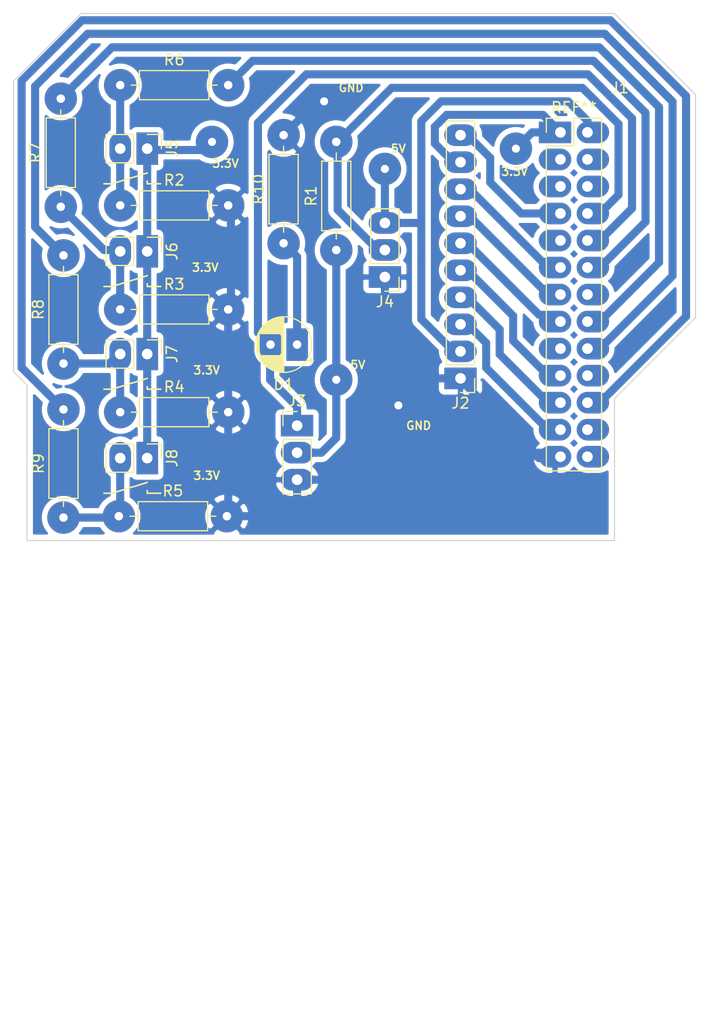
<source format=kicad_pcb>
(kicad_pcb (version 20171130) (host pcbnew 5.1.5-52549c5~84~ubuntu18.04.1)

  (general
    (thickness 1.6)
    (drawings 19)
    (tracks 167)
    (zones 0)
    (modules 19)
    (nets 32)
  )

  (page A4)
  (layers
    (0 F.Cu signal)
    (31 B.Cu signal)
    (32 B.Adhes user)
    (33 F.Adhes user)
    (34 B.Paste user)
    (35 F.Paste user)
    (36 B.SilkS user)
    (37 F.SilkS user)
    (38 B.Mask user)
    (39 F.Mask user)
    (40 Dwgs.User user)
    (41 Cmts.User user)
    (42 Eco1.User user)
    (43 Eco2.User user)
    (44 Edge.Cuts user)
    (45 Margin user)
    (46 B.CrtYd user)
    (47 F.CrtYd user)
    (48 B.Fab user)
    (49 F.Fab user)
  )

  (setup
    (last_trace_width 0.25)
    (trace_clearance 0.2)
    (zone_clearance 0.508)
    (zone_45_only no)
    (trace_min 0.2)
    (via_size 0.8)
    (via_drill 0.4)
    (via_min_size 0.4)
    (via_min_drill 0.3)
    (uvia_size 0.3)
    (uvia_drill 0.1)
    (uvias_allowed no)
    (uvia_min_size 0.2)
    (uvia_min_drill 0.1)
    (edge_width 0.1)
    (segment_width 0.2)
    (pcb_text_width 0.3)
    (pcb_text_size 1.5 1.5)
    (mod_edge_width 0.15)
    (mod_text_size 1 1)
    (mod_text_width 0.15)
    (pad_size 1.524 1.524)
    (pad_drill 0.762)
    (pad_to_mask_clearance 0)
    (aux_axis_origin 0 0)
    (visible_elements FFFFFF7F)
    (pcbplotparams
      (layerselection 0x010fc_ffffffff)
      (usegerberextensions false)
      (usegerberattributes false)
      (usegerberadvancedattributes false)
      (creategerberjobfile false)
      (excludeedgelayer true)
      (linewidth 0.100000)
      (plotframeref false)
      (viasonmask false)
      (mode 1)
      (useauxorigin false)
      (hpglpennumber 1)
      (hpglpenspeed 20)
      (hpglpendiameter 15.000000)
      (psnegative false)
      (psa4output false)
      (plotreference true)
      (plotvalue true)
      (plotinvisibletext false)
      (padsonsilk false)
      (subtractmaskfromsilk false)
      (outputformat 1)
      (mirror false)
      (drillshape 1)
      (scaleselection 1)
      (outputdirectory ""))
  )

  (net 0 "")
  (net 1 "Net-(J1-Pad7)")
  (net 2 "Net-(J1-Pad9)")
  (net 3 "Net-(J1-Pad13)")
  (net 4 "Net-(J1-Pad11)")
  (net 5 "Net-(J1-Pad3)")
  (net 6 "Net-(J1-Pad26)")
  (net 7 "Net-(J1-Pad2)")
  (net 8 "Net-(J1-Pad1)")
  (net 9 "Net-(J1-Pad16)")
  (net 10 "Net-(J1-Pad5)")
  (net 11 "Net-(J1-Pad8)")
  (net 12 "Net-(J1-Pad19)")
  (net 13 "Net-(J1-Pad23)")
  (net 14 "Net-(J1-Pad12)")
  (net 15 "Net-(J1-Pad6)")
  (net 16 "Net-(J1-Pad15)")
  (net 17 "Net-(J1-Pad20)")
  (net 18 "Net-(J1-Pad21)")
  (net 19 "Net-(J1-Pad22)")
  (net 20 "Net-(J1-Pad4)")
  (net 21 "Net-(J1-Pad25)")
  (net 22 "Net-(J1-Pad24)")
  (net 23 "Net-(J1-Pad14)")
  (net 24 "Net-(J1-Pad17)")
  (net 25 "Net-(J1-Pad18)")
  (net 26 "Net-(J5-Pad2)")
  (net 27 "Net-(J6-Pad2)")
  (net 28 "Net-(J7-Pad2)")
  (net 29 "Net-(J8-Pad2)")
  (net 30 "Net-(D1-Pad2)")
  (net 31 "Net-(D1-Pad1)")

  (net_class Default "This is the default net class."
    (clearance 0.2)
    (trace_width 0.25)
    (via_dia 0.8)
    (via_drill 0.4)
    (uvia_dia 0.3)
    (uvia_drill 0.1)
  )

  (net_class 30 ""
    (clearance 0.508)
    (trace_width 0.762)
    (via_dia 3.048)
    (via_drill 0.762)
    (uvia_dia 0.3)
    (uvia_drill 0.1)
    (add_net "Net-(D1-Pad1)")
    (add_net "Net-(D1-Pad2)")
    (add_net "Net-(J1-Pad1)")
    (add_net "Net-(J1-Pad11)")
    (add_net "Net-(J1-Pad12)")
    (add_net "Net-(J1-Pad13)")
    (add_net "Net-(J1-Pad14)")
    (add_net "Net-(J1-Pad15)")
    (add_net "Net-(J1-Pad16)")
    (add_net "Net-(J1-Pad17)")
    (add_net "Net-(J1-Pad18)")
    (add_net "Net-(J1-Pad19)")
    (add_net "Net-(J1-Pad2)")
    (add_net "Net-(J1-Pad20)")
    (add_net "Net-(J1-Pad21)")
    (add_net "Net-(J1-Pad22)")
    (add_net "Net-(J1-Pad23)")
    (add_net "Net-(J1-Pad24)")
    (add_net "Net-(J1-Pad25)")
    (add_net "Net-(J1-Pad26)")
    (add_net "Net-(J1-Pad3)")
    (add_net "Net-(J1-Pad4)")
    (add_net "Net-(J1-Pad5)")
    (add_net "Net-(J1-Pad6)")
    (add_net "Net-(J1-Pad7)")
    (add_net "Net-(J1-Pad8)")
    (add_net "Net-(J1-Pad9)")
    (add_net "Net-(J5-Pad2)")
    (add_net "Net-(J6-Pad2)")
    (add_net "Net-(J7-Pad2)")
    (add_net "Net-(J8-Pad2)")
  )

  (module My_RaspberryPi:Raspberry_Pi_Hat_2x13_pin_GPIO_larger_pads (layer F.Cu) (tedit 5E582A90) (tstamp 5E5831E7)
    (at 176.497 46.101)
    (descr "Through hole straight pin header, 2x13, 2.54mm pitch, double rows")
    (tags "Through hole pin header THT 2x13 2.54mm double row")
    (path /5E70F929)
    (fp_text reference J1 (at 5.613 -4.185) (layer F.SilkS)
      (effects (font (size 1 1) (thickness 0.15)))
    )
    (fp_text value Raspberry_Pi_1_all_pin_ordered (at 5.743 16.645 90) (layer F.Fab) hide
      (effects (font (size 1 1) (thickness 0.15)))
    )
    (fp_line (start 4.343 -1.905) (end -49.657 -1.905) (layer F.CrtYd) (width 0.12))
    (fp_line (start 4.343 38.095) (end 4.343 -1.905) (layer F.CrtYd) (width 0.12))
    (fp_line (start -49.657 38.095) (end 4.343 38.095) (layer F.CrtYd) (width 0.12))
    (fp_line (start -49.657 -1.905) (end -49.657 38.095) (layer F.CrtYd) (width 0.12))
    (fp_circle (center -8.157 78.695) (end -6.707 78.695) (layer F.Fab) (width 0.12))
    (fp_circle (center -31.657 23.645) (end -30.207 23.645) (layer F.CrtYd) (width 0.12))
    (fp_line (start -1.237 -0.005) (end 0.033 -1.275) (layer F.Fab) (width 0.1))
    (fp_line (start 0.033 -1.275) (end 3.843 -1.275) (layer F.Fab) (width 0.1))
    (fp_line (start -1.297 31.805) (end 3.903 31.805) (layer F.SilkS) (width 0.12))
    (fp_text user %R (at 1.303 15.235 90) (layer F.Fab)
      (effects (font (size 1 1) (thickness 0.15)))
    )
    (fp_line (start -1.767 32.245) (end 4.383 32.245) (layer F.CrtYd) (width 0.05))
    (fp_text user REF** (at 1.303 -2.335) (layer F.SilkS)
      (effects (font (size 1 1) (thickness 0.15)))
    )
    (fp_line (start -1.297 1.265) (end -1.297 31.805) (layer F.SilkS) (width 0.12))
    (fp_line (start -1.297 1.265) (end 1.303 1.265) (layer F.SilkS) (width 0.12))
    (fp_line (start -1.297 -1.335) (end 0.033 -1.335) (layer F.SilkS) (width 0.12))
    (fp_line (start 1.303 1.265) (end 1.303 -1.335) (layer F.SilkS) (width 0.12))
    (fp_line (start 3.843 -1.275) (end 3.843 31.745) (layer F.Fab) (width 0.1))
    (fp_line (start 3.903 -1.335) (end 3.903 31.805) (layer F.SilkS) (width 0.12))
    (fp_line (start -1.297 -0.005) (end -1.297 -1.335) (layer F.SilkS) (width 0.12))
    (fp_line (start 1.303 -1.335) (end 3.903 -1.335) (layer F.SilkS) (width 0.12))
    (fp_line (start -1.237 31.745) (end -1.237 -0.005) (layer F.Fab) (width 0.1))
    (fp_line (start 4.383 32.245) (end 4.383 -1.805) (layer F.CrtYd) (width 0.05))
    (fp_line (start 4.383 -1.805) (end -1.767 -1.805) (layer F.CrtYd) (width 0.05))
    (fp_line (start -1.767 -1.805) (end -1.767 32.245) (layer F.CrtYd) (width 0.05))
    (fp_line (start 3.843 31.745) (end -1.237 31.745) (layer F.Fab) (width 0.1))
    (fp_line (start -49.657 -1.855) (end 4.343 -1.855) (layer F.Fab) (width 0.12))
    (fp_line (start -49.657 83.745) (end -49.657 -1.855) (layer F.Fab) (width 0.12))
    (fp_line (start 4.343 83.745) (end -49.657 83.745) (layer F.Fab) (width 0.12))
    (fp_line (start 4.343 -1.855) (end 4.343 83.745) (layer F.Fab) (width 0.12))
    (pad 7 thru_hole oval (at 0.033 7.615) (size 3.048 2.032) (drill 1 (offset -0.508 0)) (layers *.Cu *.Mask)
      (net 1 "Net-(J1-Pad7)"))
    (pad 9 thru_hole oval (at 0.033 10.155) (size 3.048 2.032) (drill 1 (offset -0.508 0)) (layers *.Cu *.Mask)
      (net 2 "Net-(J1-Pad9)"))
    (pad 13 thru_hole oval (at 0.033 15.235) (size 3.048 2.032) (drill 1 (offset -0.508 0)) (layers *.Cu *.Mask)
      (net 3 "Net-(J1-Pad13)"))
    (pad 10 thru_hole oval (at 2.573 10.155) (size 3.048 2.032) (drill 1 (offset 0.508 0)) (layers *.Cu *.Mask)
      (net 30 "Net-(D1-Pad2)"))
    (pad 11 thru_hole oval (at 0.033 12.695) (size 3.048 2.032) (drill 1 (offset -0.508 0)) (layers *.Cu *.Mask)
      (net 4 "Net-(J1-Pad11)"))
    (pad 3 thru_hole oval (at 0.033 2.535) (size 3.048 2.032) (drill 1 (offset -0.508 0)) (layers *.Cu *.Mask)
      (net 5 "Net-(J1-Pad3)"))
    (pad 26 thru_hole oval (at 2.573 30.475) (size 3.048 2.032) (drill 1 (offset 0.508 0)) (layers *.Cu *.Mask)
      (net 6 "Net-(J1-Pad26)"))
    (pad 2 thru_hole oval (at 2.573 -0.005) (size 3.048 2.032) (drill 1 (offset 0.508 0)) (layers *.Cu *.Mask)
      (net 7 "Net-(J1-Pad2)"))
    (pad 1 thru_hole rect (at 0.033 -0.005) (size 3.048 2.032) (drill 1 (offset -0.508 0)) (layers *.Cu *.Mask)
      (net 8 "Net-(J1-Pad1)"))
    (pad 16 thru_hole oval (at 2.573 17.775) (size 3.048 2.032) (drill 1 (offset 0.508 0)) (layers *.Cu *.Mask)
      (net 9 "Net-(J1-Pad16)"))
    (pad 5 thru_hole oval (at 0.033 5.075) (size 3.048 2.032) (drill 1 (offset -0.508 0)) (layers *.Cu *.Mask)
      (net 10 "Net-(J1-Pad5)"))
    (pad 8 thru_hole oval (at 2.573 7.615) (size 3.048 2.032) (drill 1 (offset 0.508 0)) (layers *.Cu *.Mask)
      (net 11 "Net-(J1-Pad8)"))
    (pad 19 thru_hole oval (at 0.033 22.855) (size 3.048 2.032) (drill 1 (offset -0.508 0)) (layers *.Cu *.Mask)
      (net 12 "Net-(J1-Pad19)"))
    (pad 23 thru_hole oval (at 0.033 27.935) (size 3.048 2.032) (drill 1 (offset -0.508 0)) (layers *.Cu *.Mask)
      (net 13 "Net-(J1-Pad23)"))
    (pad 12 thru_hole oval (at 2.573 12.695) (size 3.048 2.032) (drill 1 (offset 0.508 0)) (layers *.Cu *.Mask)
      (net 14 "Net-(J1-Pad12)"))
    (pad 6 thru_hole oval (at 2.573 5.075) (size 3.048 2.032) (drill 1 (offset 0.508 0)) (layers *.Cu *.Mask)
      (net 15 "Net-(J1-Pad6)"))
    (pad 15 thru_hole oval (at 0.033 17.775) (size 3.048 2.032) (drill 1 (offset -0.508 0)) (layers *.Cu *.Mask)
      (net 16 "Net-(J1-Pad15)"))
    (pad 20 thru_hole oval (at 2.573 22.855) (size 3.048 2.032) (drill 1 (offset 0.508 0)) (layers *.Cu *.Mask)
      (net 17 "Net-(J1-Pad20)"))
    (pad 21 thru_hole oval (at 0.033 25.395) (size 3.048 2.032) (drill 1 (offset -0.508 0)) (layers *.Cu *.Mask)
      (net 18 "Net-(J1-Pad21)"))
    (pad 22 thru_hole oval (at 2.573 25.395) (size 3.048 2.032) (drill 1 (offset 0.508 0)) (layers *.Cu *.Mask)
      (net 19 "Net-(J1-Pad22)"))
    (pad 4 thru_hole oval (at 2.573 2.535) (size 3.048 2.032) (drill 1 (offset 0.508 0)) (layers *.Cu *.Mask)
      (net 20 "Net-(J1-Pad4)"))
    (pad 25 thru_hole oval (at 0.033 30.475) (size 3.048 2.032) (drill 1 (offset -0.508 0)) (layers *.Cu *.Mask)
      (net 21 "Net-(J1-Pad25)"))
    (pad 24 thru_hole oval (at 2.573 27.935) (size 3.048 2.032) (drill 1 (offset 0.508 0)) (layers *.Cu *.Mask)
      (net 22 "Net-(J1-Pad24)"))
    (pad 14 thru_hole oval (at 2.573 15.235) (size 3.048 2.032) (drill 1 (offset 0.508 0)) (layers *.Cu *.Mask)
      (net 23 "Net-(J1-Pad14)"))
    (pad 17 thru_hole oval (at 0.033 20.315) (size 3.048 2.032) (drill 1 (offset -0.508 0)) (layers *.Cu *.Mask)
      (net 24 "Net-(J1-Pad17)"))
    (pad 18 thru_hole oval (at 2.573 20.315) (size 3.048 2.032) (drill 1 (offset 0.508 0)) (layers *.Cu *.Mask)
      (net 25 "Net-(J1-Pad18)"))
    (model ${KISYS3DMOD}/Connector_PinHeader_2.54mm.3dshapes/PinHeader_2x13_P2.54mm_Vertical.wrl
      (at (xyz 0 0 0))
      (scale (xyz 1 1 1))
      (rotate (xyz 0 0 0))
    )
  )

  (module My_Headers:3-pin_KY-019_Relay_header_larger_pads (layer F.Cu) (tedit 5E56A0B2) (tstamp 5E58321C)
    (at 151.765 73.66)
    (descr "Through hole straight pin header, 1x03, 2.54mm pitch, single row")
    (tags "Through hole pin header THT 1x03 2.54mm single row")
    (path /5E585F50)
    (fp_text reference J3 (at 0 -2.33) (layer F.SilkS)
      (effects (font (size 1 1) (thickness 0.15)))
    )
    (fp_text value 3-pin_KY-019_relay_header (at 0 7.41) (layer F.Fab) hide
      (effects (font (size 1 1) (thickness 0.15)))
    )
    (fp_text user %R (at 0 2.54 90) (layer F.Fab)
      (effects (font (size 1 1) (thickness 0.15)))
    )
    (fp_line (start 1.8 -1.8) (end -1.8 -1.8) (layer F.CrtYd) (width 0.05))
    (fp_line (start 1.8 6.85) (end 1.8 -1.8) (layer F.CrtYd) (width 0.05))
    (fp_line (start -1.8 6.85) (end 1.8 6.85) (layer F.CrtYd) (width 0.05))
    (fp_line (start -1.8 -1.8) (end -1.8 6.85) (layer F.CrtYd) (width 0.05))
    (fp_line (start -1.33 -1.33) (end 0 -1.33) (layer F.SilkS) (width 0.12))
    (fp_line (start -1.33 0) (end -1.33 -1.33) (layer F.SilkS) (width 0.12))
    (fp_line (start -1.33 1.27) (end 1.33 1.27) (layer F.SilkS) (width 0.12))
    (fp_line (start 1.33 1.27) (end 1.33 6.41) (layer F.SilkS) (width 0.12))
    (fp_line (start -1.33 1.27) (end -1.33 6.41) (layer F.SilkS) (width 0.12))
    (fp_line (start -1.33 6.41) (end 1.33 6.41) (layer F.SilkS) (width 0.12))
    (fp_line (start -1.27 -0.635) (end -0.635 -1.27) (layer F.Fab) (width 0.1))
    (fp_line (start -1.27 6.35) (end -1.27 -0.635) (layer F.Fab) (width 0.1))
    (fp_line (start 1.27 6.35) (end -1.27 6.35) (layer F.Fab) (width 0.1))
    (fp_line (start 1.27 -1.27) (end 1.27 6.35) (layer F.Fab) (width 0.1))
    (fp_line (start -0.635 -1.27) (end 1.27 -1.27) (layer F.Fab) (width 0.1))
    (pad 3 thru_hole oval (at 0 5.08) (size 3.048 2.032) (drill 1) (layers *.Cu *.Mask)
      (net 21 "Net-(J1-Pad25)"))
    (pad 2 thru_hole oval (at 0 2.54) (size 3.048 2.032) (drill 1) (layers *.Cu *.Mask)
      (net 7 "Net-(J1-Pad2)"))
    (pad 1 thru_hole rect (at 0 0) (size 3.048 2.032) (drill 1) (layers *.Cu *.Mask)
      (net 30 "Net-(D1-Pad2)"))
    (model ${KISYS3DMOD}/Connector_PinHeader_2.54mm.3dshapes/PinHeader_1x03_P2.54mm_Vertical.wrl
      (at (xyz 0 0 0))
      (scale (xyz 1 1 1))
      (rotate (xyz 0 0 0))
    )
  )

  (module My_Misc:CP_Radial_D5.0mm_P2.50mm_larger_pads (layer F.Cu) (tedit 5E4D83FD) (tstamp 5E648F22)
    (at 151.765 66.04 180)
    (descr "CP, Radial series, Radial, pin pitch=2.50mm, , diameter=5mm, Electrolytic Capacitor")
    (tags "CP Radial series Radial pin pitch 2.50mm  diameter 5mm Electrolytic Capacitor")
    (path /5E673B9E)
    (fp_text reference D1 (at 1.25 -3.75) (layer F.SilkS)
      (effects (font (size 1 1) (thickness 0.15)))
    )
    (fp_text value LED (at 1.25 3.75) (layer F.Fab) hide
      (effects (font (size 1 1) (thickness 0.15)))
    )
    (fp_text user %R (at 1.25 0 270) (layer F.Fab)
      (effects (font (size 1 1) (thickness 0.15)))
    )
    (fp_line (start -1.304775 -1.725) (end -1.304775 -1.225) (layer F.SilkS) (width 0.12))
    (fp_line (start -1.554775 -1.475) (end -1.054775 -1.475) (layer F.SilkS) (width 0.12))
    (fp_line (start 3.851 -0.284) (end 3.851 0.284) (layer F.SilkS) (width 0.12))
    (fp_line (start 3.811 -0.518) (end 3.811 0.518) (layer F.SilkS) (width 0.12))
    (fp_line (start 3.771 -0.677) (end 3.771 0.677) (layer F.SilkS) (width 0.12))
    (fp_line (start 3.731 -0.805) (end 3.731 0.805) (layer F.SilkS) (width 0.12))
    (fp_line (start 3.691 -0.915) (end 3.691 0.915) (layer F.SilkS) (width 0.12))
    (fp_line (start 3.651 -1.011) (end 3.651 1.011) (layer F.SilkS) (width 0.12))
    (fp_line (start 3.611 -1.098) (end 3.611 1.098) (layer F.SilkS) (width 0.12))
    (fp_line (start 3.571 -1.178) (end 3.571 1.178) (layer F.SilkS) (width 0.12))
    (fp_line (start 3.531 1.04) (end 3.531 1.251) (layer F.SilkS) (width 0.12))
    (fp_line (start 3.531 -1.251) (end 3.531 -1.04) (layer F.SilkS) (width 0.12))
    (fp_line (start 3.491 1.04) (end 3.491 1.319) (layer F.SilkS) (width 0.12))
    (fp_line (start 3.491 -1.319) (end 3.491 -1.04) (layer F.SilkS) (width 0.12))
    (fp_line (start 3.451 1.04) (end 3.451 1.383) (layer F.SilkS) (width 0.12))
    (fp_line (start 3.451 -1.383) (end 3.451 -1.04) (layer F.SilkS) (width 0.12))
    (fp_line (start 3.411 1.04) (end 3.411 1.443) (layer F.SilkS) (width 0.12))
    (fp_line (start 3.411 -1.443) (end 3.411 -1.04) (layer F.SilkS) (width 0.12))
    (fp_line (start 3.371 1.04) (end 3.371 1.5) (layer F.SilkS) (width 0.12))
    (fp_line (start 3.371 -1.5) (end 3.371 -1.04) (layer F.SilkS) (width 0.12))
    (fp_line (start 3.331 1.04) (end 3.331 1.554) (layer F.SilkS) (width 0.12))
    (fp_line (start 3.331 -1.554) (end 3.331 -1.04) (layer F.SilkS) (width 0.12))
    (fp_line (start 3.291 1.04) (end 3.291 1.605) (layer F.SilkS) (width 0.12))
    (fp_line (start 3.291 -1.605) (end 3.291 -1.04) (layer F.SilkS) (width 0.12))
    (fp_line (start 3.251 1.04) (end 3.251 1.653) (layer F.SilkS) (width 0.12))
    (fp_line (start 3.251 -1.653) (end 3.251 -1.04) (layer F.SilkS) (width 0.12))
    (fp_line (start 3.211 1.04) (end 3.211 1.699) (layer F.SilkS) (width 0.12))
    (fp_line (start 3.211 -1.699) (end 3.211 -1.04) (layer F.SilkS) (width 0.12))
    (fp_line (start 3.171 1.04) (end 3.171 1.743) (layer F.SilkS) (width 0.12))
    (fp_line (start 3.171 -1.743) (end 3.171 -1.04) (layer F.SilkS) (width 0.12))
    (fp_line (start 3.131 1.04) (end 3.131 1.785) (layer F.SilkS) (width 0.12))
    (fp_line (start 3.131 -1.785) (end 3.131 -1.04) (layer F.SilkS) (width 0.12))
    (fp_line (start 3.091 1.04) (end 3.091 1.826) (layer F.SilkS) (width 0.12))
    (fp_line (start 3.091 -1.826) (end 3.091 -1.04) (layer F.SilkS) (width 0.12))
    (fp_line (start 3.051 1.04) (end 3.051 1.864) (layer F.SilkS) (width 0.12))
    (fp_line (start 3.051 -1.864) (end 3.051 -1.04) (layer F.SilkS) (width 0.12))
    (fp_line (start 3.011 1.04) (end 3.011 1.901) (layer F.SilkS) (width 0.12))
    (fp_line (start 3.011 -1.901) (end 3.011 -1.04) (layer F.SilkS) (width 0.12))
    (fp_line (start 2.971 1.04) (end 2.971 1.937) (layer F.SilkS) (width 0.12))
    (fp_line (start 2.971 -1.937) (end 2.971 -1.04) (layer F.SilkS) (width 0.12))
    (fp_line (start 2.931 1.04) (end 2.931 1.971) (layer F.SilkS) (width 0.12))
    (fp_line (start 2.931 -1.971) (end 2.931 -1.04) (layer F.SilkS) (width 0.12))
    (fp_line (start 2.891 1.04) (end 2.891 2.004) (layer F.SilkS) (width 0.12))
    (fp_line (start 2.891 -2.004) (end 2.891 -1.04) (layer F.SilkS) (width 0.12))
    (fp_line (start 2.851 1.04) (end 2.851 2.035) (layer F.SilkS) (width 0.12))
    (fp_line (start 2.851 -2.035) (end 2.851 -1.04) (layer F.SilkS) (width 0.12))
    (fp_line (start 2.811 1.04) (end 2.811 2.065) (layer F.SilkS) (width 0.12))
    (fp_line (start 2.811 -2.065) (end 2.811 -1.04) (layer F.SilkS) (width 0.12))
    (fp_line (start 2.771 1.04) (end 2.771 2.095) (layer F.SilkS) (width 0.12))
    (fp_line (start 2.771 -2.095) (end 2.771 -1.04) (layer F.SilkS) (width 0.12))
    (fp_line (start 2.731 1.04) (end 2.731 2.122) (layer F.SilkS) (width 0.12))
    (fp_line (start 2.731 -2.122) (end 2.731 -1.04) (layer F.SilkS) (width 0.12))
    (fp_line (start 2.691 1.04) (end 2.691 2.149) (layer F.SilkS) (width 0.12))
    (fp_line (start 2.691 -2.149) (end 2.691 -1.04) (layer F.SilkS) (width 0.12))
    (fp_line (start 2.651 1.04) (end 2.651 2.175) (layer F.SilkS) (width 0.12))
    (fp_line (start 2.651 -2.175) (end 2.651 -1.04) (layer F.SilkS) (width 0.12))
    (fp_line (start 2.611 1.04) (end 2.611 2.2) (layer F.SilkS) (width 0.12))
    (fp_line (start 2.611 -2.2) (end 2.611 -1.04) (layer F.SilkS) (width 0.12))
    (fp_line (start 2.571 1.04) (end 2.571 2.224) (layer F.SilkS) (width 0.12))
    (fp_line (start 2.571 -2.224) (end 2.571 -1.04) (layer F.SilkS) (width 0.12))
    (fp_line (start 2.531 1.04) (end 2.531 2.247) (layer F.SilkS) (width 0.12))
    (fp_line (start 2.531 -2.247) (end 2.531 -1.04) (layer F.SilkS) (width 0.12))
    (fp_line (start 2.491 1.04) (end 2.491 2.268) (layer F.SilkS) (width 0.12))
    (fp_line (start 2.491 -2.268) (end 2.491 -1.04) (layer F.SilkS) (width 0.12))
    (fp_line (start 2.451 1.04) (end 2.451 2.29) (layer F.SilkS) (width 0.12))
    (fp_line (start 2.451 -2.29) (end 2.451 -1.04) (layer F.SilkS) (width 0.12))
    (fp_line (start 2.411 1.04) (end 2.411 2.31) (layer F.SilkS) (width 0.12))
    (fp_line (start 2.411 -2.31) (end 2.411 -1.04) (layer F.SilkS) (width 0.12))
    (fp_line (start 2.371 1.04) (end 2.371 2.329) (layer F.SilkS) (width 0.12))
    (fp_line (start 2.371 -2.329) (end 2.371 -1.04) (layer F.SilkS) (width 0.12))
    (fp_line (start 2.331 1.04) (end 2.331 2.348) (layer F.SilkS) (width 0.12))
    (fp_line (start 2.331 -2.348) (end 2.331 -1.04) (layer F.SilkS) (width 0.12))
    (fp_line (start 2.291 1.04) (end 2.291 2.365) (layer F.SilkS) (width 0.12))
    (fp_line (start 2.291 -2.365) (end 2.291 -1.04) (layer F.SilkS) (width 0.12))
    (fp_line (start 2.251 1.04) (end 2.251 2.382) (layer F.SilkS) (width 0.12))
    (fp_line (start 2.251 -2.382) (end 2.251 -1.04) (layer F.SilkS) (width 0.12))
    (fp_line (start 2.211 1.04) (end 2.211 2.398) (layer F.SilkS) (width 0.12))
    (fp_line (start 2.211 -2.398) (end 2.211 -1.04) (layer F.SilkS) (width 0.12))
    (fp_line (start 2.171 1.04) (end 2.171 2.414) (layer F.SilkS) (width 0.12))
    (fp_line (start 2.171 -2.414) (end 2.171 -1.04) (layer F.SilkS) (width 0.12))
    (fp_line (start 2.131 1.04) (end 2.131 2.428) (layer F.SilkS) (width 0.12))
    (fp_line (start 2.131 -2.428) (end 2.131 -1.04) (layer F.SilkS) (width 0.12))
    (fp_line (start 2.091 1.04) (end 2.091 2.442) (layer F.SilkS) (width 0.12))
    (fp_line (start 2.091 -2.442) (end 2.091 -1.04) (layer F.SilkS) (width 0.12))
    (fp_line (start 2.051 1.04) (end 2.051 2.455) (layer F.SilkS) (width 0.12))
    (fp_line (start 2.051 -2.455) (end 2.051 -1.04) (layer F.SilkS) (width 0.12))
    (fp_line (start 2.011 1.04) (end 2.011 2.468) (layer F.SilkS) (width 0.12))
    (fp_line (start 2.011 -2.468) (end 2.011 -1.04) (layer F.SilkS) (width 0.12))
    (fp_line (start 1.971 1.04) (end 1.971 2.48) (layer F.SilkS) (width 0.12))
    (fp_line (start 1.971 -2.48) (end 1.971 -1.04) (layer F.SilkS) (width 0.12))
    (fp_line (start 1.93 1.04) (end 1.93 2.491) (layer F.SilkS) (width 0.12))
    (fp_line (start 1.93 -2.491) (end 1.93 -1.04) (layer F.SilkS) (width 0.12))
    (fp_line (start 1.89 1.04) (end 1.89 2.501) (layer F.SilkS) (width 0.12))
    (fp_line (start 1.89 -2.501) (end 1.89 -1.04) (layer F.SilkS) (width 0.12))
    (fp_line (start 1.85 1.04) (end 1.85 2.511) (layer F.SilkS) (width 0.12))
    (fp_line (start 1.85 -2.511) (end 1.85 -1.04) (layer F.SilkS) (width 0.12))
    (fp_line (start 1.81 1.04) (end 1.81 2.52) (layer F.SilkS) (width 0.12))
    (fp_line (start 1.81 -2.52) (end 1.81 -1.04) (layer F.SilkS) (width 0.12))
    (fp_line (start 1.77 1.04) (end 1.77 2.528) (layer F.SilkS) (width 0.12))
    (fp_line (start 1.77 -2.528) (end 1.77 -1.04) (layer F.SilkS) (width 0.12))
    (fp_line (start 1.73 1.04) (end 1.73 2.536) (layer F.SilkS) (width 0.12))
    (fp_line (start 1.73 -2.536) (end 1.73 -1.04) (layer F.SilkS) (width 0.12))
    (fp_line (start 1.69 1.04) (end 1.69 2.543) (layer F.SilkS) (width 0.12))
    (fp_line (start 1.69 -2.543) (end 1.69 -1.04) (layer F.SilkS) (width 0.12))
    (fp_line (start 1.65 1.04) (end 1.65 2.55) (layer F.SilkS) (width 0.12))
    (fp_line (start 1.65 -2.55) (end 1.65 -1.04) (layer F.SilkS) (width 0.12))
    (fp_line (start 1.61 1.04) (end 1.61 2.556) (layer F.SilkS) (width 0.12))
    (fp_line (start 1.61 -2.556) (end 1.61 -1.04) (layer F.SilkS) (width 0.12))
    (fp_line (start 1.57 1.04) (end 1.57 2.561) (layer F.SilkS) (width 0.12))
    (fp_line (start 1.57 -2.561) (end 1.57 -1.04) (layer F.SilkS) (width 0.12))
    (fp_line (start 1.53 1.04) (end 1.53 2.565) (layer F.SilkS) (width 0.12))
    (fp_line (start 1.53 -2.565) (end 1.53 -1.04) (layer F.SilkS) (width 0.12))
    (fp_line (start 1.49 1.04) (end 1.49 2.569) (layer F.SilkS) (width 0.12))
    (fp_line (start 1.49 -2.569) (end 1.49 -1.04) (layer F.SilkS) (width 0.12))
    (fp_line (start 1.45 -2.573) (end 1.45 2.573) (layer F.SilkS) (width 0.12))
    (fp_line (start 1.41 -2.576) (end 1.41 2.576) (layer F.SilkS) (width 0.12))
    (fp_line (start 1.37 -2.578) (end 1.37 2.578) (layer F.SilkS) (width 0.12))
    (fp_line (start 1.33 -2.579) (end 1.33 2.579) (layer F.SilkS) (width 0.12))
    (fp_line (start 1.29 -2.58) (end 1.29 2.58) (layer F.SilkS) (width 0.12))
    (fp_line (start 1.25 -2.58) (end 1.25 2.58) (layer F.SilkS) (width 0.12))
    (fp_line (start -0.633605 -1.3375) (end -0.633605 -0.8375) (layer F.Fab) (width 0.1))
    (fp_line (start -0.883605 -1.0875) (end -0.383605 -1.0875) (layer F.Fab) (width 0.1))
    (fp_circle (center 1.25 0) (end 4 0) (layer F.CrtYd) (width 0.05))
    (fp_circle (center 1.25 0) (end 3.87 0) (layer F.SilkS) (width 0.12))
    (fp_circle (center 1.25 0) (end 3.75 0) (layer F.Fab) (width 0.1))
    (pad 2 thru_hole oval (at 2.5 0 180) (size 2.032 3.048) (drill 0.8) (layers *.Cu *.Mask)
      (net 30 "Net-(D1-Pad2)"))
    (pad 1 thru_hole rect (at 0 0 180) (size 2.032 3.048) (drill 0.8) (layers *.Cu *.Mask)
      (net 31 "Net-(D1-Pad1)"))
    (model ${KISYS3DMOD}/Capacitor_THT.3dshapes/CP_Radial_D5.0mm_P2.50mm.wrl
      (at (xyz 0 0 0))
      (scale (xyz 1 1 1))
      (rotate (xyz 0 0 0))
    )
  )

  (module My_Misc:R_Axial_DIN0207_L6.3mm_D2.5mm_P10.16mm_Horizontal_larger_pads (layer F.Cu) (tedit 5E4D8416) (tstamp 5E64928B)
    (at 150.495 56.515 90)
    (descr "Resistor, Axial_DIN0207 series, Axial, Horizontal, pin pitch=10.16mm, 0.25W = 1/4W, length*diameter=6.3*2.5mm^2, http://cdn-reichelt.de/documents/datenblatt/B400/1_4W%23YAG.pdf")
    (tags "Resistor Axial_DIN0207 series Axial Horizontal pin pitch 10.16mm 0.25W = 1/4W length 6.3mm diameter 2.5mm")
    (path /5E67419A)
    (fp_text reference R10 (at 5.08 -2.37 90) (layer F.SilkS)
      (effects (font (size 1 1) (thickness 0.15)))
    )
    (fp_text value R (at 5.08 2.37 90) (layer F.Fab) hide
      (effects (font (size 1 1) (thickness 0.15)))
    )
    (fp_text user %R (at 5.08 0 90) (layer F.Fab)
      (effects (font (size 1 1) (thickness 0.15)))
    )
    (fp_line (start 11.21 -1.5) (end -1.05 -1.5) (layer F.CrtYd) (width 0.05))
    (fp_line (start 11.21 1.5) (end 11.21 -1.5) (layer F.CrtYd) (width 0.05))
    (fp_line (start -1.05 1.5) (end 11.21 1.5) (layer F.CrtYd) (width 0.05))
    (fp_line (start -1.05 -1.5) (end -1.05 1.5) (layer F.CrtYd) (width 0.05))
    (fp_line (start 9.12 0) (end 8.35 0) (layer F.SilkS) (width 0.12))
    (fp_line (start 1.04 0) (end 1.81 0) (layer F.SilkS) (width 0.12))
    (fp_line (start 8.35 -1.37) (end 1.81 -1.37) (layer F.SilkS) (width 0.12))
    (fp_line (start 8.35 1.37) (end 8.35 -1.37) (layer F.SilkS) (width 0.12))
    (fp_line (start 1.81 1.37) (end 8.35 1.37) (layer F.SilkS) (width 0.12))
    (fp_line (start 1.81 -1.37) (end 1.81 1.37) (layer F.SilkS) (width 0.12))
    (fp_line (start 10.16 0) (end 8.23 0) (layer F.Fab) (width 0.1))
    (fp_line (start 0 0) (end 1.93 0) (layer F.Fab) (width 0.1))
    (fp_line (start 8.23 -1.25) (end 1.93 -1.25) (layer F.Fab) (width 0.1))
    (fp_line (start 8.23 1.25) (end 8.23 -1.25) (layer F.Fab) (width 0.1))
    (fp_line (start 1.93 1.25) (end 8.23 1.25) (layer F.Fab) (width 0.1))
    (fp_line (start 1.93 -1.25) (end 1.93 1.25) (layer F.Fab) (width 0.1))
    (pad 2 thru_hole circle (at 10.16 0 90) (size 3.048 3.048) (drill 0.8) (layers *.Cu *.Mask)
      (net 21 "Net-(J1-Pad25)"))
    (pad 1 thru_hole circle (at 0 0 90) (size 3.048 3.048) (drill 0.8) (layers *.Cu *.Mask)
      (net 31 "Net-(D1-Pad1)"))
    (model ${KISYS3DMOD}/Resistor_THT.3dshapes/R_Axial_DIN0207_L6.3mm_D2.5mm_P10.16mm_Horizontal.wrl
      (at (xyz 0 0 0))
      (scale (xyz 1 1 1))
      (rotate (xyz 0 0 0))
    )
  )

  (module My_Headers:10-pin_LCD_header_larger_pads (layer F.Cu) (tedit 5E5BD1BD) (tstamp 5E583205)
    (at 167.132 69.215 180)
    (descr "Through hole straight pin header, 1x10, 2.54mm pitch, single row")
    (tags "Through hole pin header THT 1x10 2.54mm single row")
    (path /5E5B6D93)
    (fp_text reference J2 (at 0 -2.33) (layer F.SilkS)
      (effects (font (size 1 1) (thickness 0.15)))
    )
    (fp_text value 10-pin_header_LCD_interface (at 0 25.19) (layer F.Fab) hide
      (effects (font (size 1 1) (thickness 0.15)))
    )
    (fp_text user %R (at 0 11.43 90) (layer F.Fab)
      (effects (font (size 1 1) (thickness 0.15)))
    )
    (fp_line (start 1.8 -1.8) (end -1.8 -1.8) (layer F.CrtYd) (width 0.05))
    (fp_line (start 1.8 24.65) (end 1.8 -1.8) (layer F.CrtYd) (width 0.05))
    (fp_line (start -1.8 24.65) (end 1.8 24.65) (layer F.CrtYd) (width 0.05))
    (fp_line (start -1.8 -1.8) (end -1.8 24.65) (layer F.CrtYd) (width 0.05))
    (fp_line (start -1.33 -1.33) (end 0 -1.33) (layer F.SilkS) (width 0.12))
    (fp_line (start -1.33 0) (end -1.33 -1.33) (layer F.SilkS) (width 0.12))
    (fp_line (start -1.33 1.27) (end 1.33 1.27) (layer F.SilkS) (width 0.12))
    (fp_line (start 1.33 1.27) (end 1.33 24.19) (layer F.SilkS) (width 0.12))
    (fp_line (start -1.33 1.27) (end -1.33 24.19) (layer F.SilkS) (width 0.12))
    (fp_line (start -1.33 24.19) (end 1.33 24.19) (layer F.SilkS) (width 0.12))
    (fp_line (start -1.27 -0.635) (end -0.635 -1.27) (layer F.Fab) (width 0.1))
    (fp_line (start -1.27 24.13) (end -1.27 -0.635) (layer F.Fab) (width 0.1))
    (fp_line (start 1.27 24.13) (end -1.27 24.13) (layer F.Fab) (width 0.1))
    (fp_line (start 1.27 -1.27) (end 1.27 24.13) (layer F.Fab) (width 0.1))
    (fp_line (start -0.635 -1.27) (end 1.27 -1.27) (layer F.Fab) (width 0.1))
    (pad 10 thru_hole oval (at 0 22.86 180) (size 3.048 2.032) (drill 1) (layers *.Cu *.Mask)
      (net 1 "Net-(J1-Pad7)"))
    (pad 9 thru_hole oval (at 0 20.32 180) (size 3.048 2.032) (drill 1) (layers *.Cu *.Mask)
      (net 8 "Net-(J1-Pad1)"))
    (pad 8 thru_hole oval (at 0 17.78 180) (size 3.048 2.032) (drill 1) (layers *.Cu *.Mask)
      (net 4 "Net-(J1-Pad11)"))
    (pad 7 thru_hole oval (at 0 15.24 180) (size 3.048 2.032) (drill 1) (layers *.Cu *.Mask)
      (net 3 "Net-(J1-Pad13)"))
    (pad 6 thru_hole oval (at 0 12.7 180) (size 3.048 2.032) (drill 1) (layers *.Cu *.Mask)
      (net 16 "Net-(J1-Pad15)"))
    (pad 5 thru_hole oval (at 0 10.16 180) (size 3.048 2.032) (drill 1) (layers *.Cu *.Mask)
      (net 12 "Net-(J1-Pad19)"))
    (pad 4 thru_hole oval (at 0 7.62 180) (size 3.048 2.032) (drill 1) (layers *.Cu *.Mask)
      (net 18 "Net-(J1-Pad21)"))
    (pad 3 thru_hole oval (at 0 5.08 180) (size 3.048 2.032) (drill 1) (layers *.Cu *.Mask)
      (net 13 "Net-(J1-Pad23)"))
    (pad 2 thru_hole oval (at 0 2.54 180) (size 3.048 2.032) (drill 1) (layers *.Cu *.Mask)
      (net 7 "Net-(J1-Pad2)"))
    (pad 1 thru_hole rect (at 0 0 180) (size 3.048 2.032) (drill 1) (layers *.Cu *.Mask)
      (net 21 "Net-(J1-Pad25)"))
    (model ${KISYS3DMOD}/Connector_PinHeader_2.54mm.3dshapes/PinHeader_1x10_P2.54mm_Vertical.wrl
      (at (xyz 0 0 0))
      (scale (xyz 1 1 1))
      (rotate (xyz 0 0 0))
    )
  )

  (module My_Misc:R_Axial_DIN0207_L6.3mm_D2.5mm_P10.16mm_Horizontal_larger_pads (layer F.Cu) (tedit 5E4D8416) (tstamp 5E584F29)
    (at 129.794 82.296 90)
    (descr "Resistor, Axial_DIN0207 series, Axial, Horizontal, pin pitch=10.16mm, 0.25W = 1/4W, length*diameter=6.3*2.5mm^2, http://cdn-reichelt.de/documents/datenblatt/B400/1_4W%23YAG.pdf")
    (tags "Resistor Axial_DIN0207 series Axial Horizontal pin pitch 10.16mm 0.25W = 1/4W length 6.3mm diameter 2.5mm")
    (path /5E744F02)
    (fp_text reference R9 (at 5.08 -2.37 90) (layer F.SilkS)
      (effects (font (size 1 1) (thickness 0.15)))
    )
    (fp_text value 330R (at 5.08 2.37 90) (layer F.Fab) hide
      (effects (font (size 1 1) (thickness 0.15)))
    )
    (fp_text user %R (at 5.08 0 90) (layer F.Fab)
      (effects (font (size 1 1) (thickness 0.15)))
    )
    (fp_line (start 11.21 -1.5) (end -1.05 -1.5) (layer F.CrtYd) (width 0.05))
    (fp_line (start 11.21 1.5) (end 11.21 -1.5) (layer F.CrtYd) (width 0.05))
    (fp_line (start -1.05 1.5) (end 11.21 1.5) (layer F.CrtYd) (width 0.05))
    (fp_line (start -1.05 -1.5) (end -1.05 1.5) (layer F.CrtYd) (width 0.05))
    (fp_line (start 9.12 0) (end 8.35 0) (layer F.SilkS) (width 0.12))
    (fp_line (start 1.04 0) (end 1.81 0) (layer F.SilkS) (width 0.12))
    (fp_line (start 8.35 -1.37) (end 1.81 -1.37) (layer F.SilkS) (width 0.12))
    (fp_line (start 8.35 1.37) (end 8.35 -1.37) (layer F.SilkS) (width 0.12))
    (fp_line (start 1.81 1.37) (end 8.35 1.37) (layer F.SilkS) (width 0.12))
    (fp_line (start 1.81 -1.37) (end 1.81 1.37) (layer F.SilkS) (width 0.12))
    (fp_line (start 10.16 0) (end 8.23 0) (layer F.Fab) (width 0.1))
    (fp_line (start 0 0) (end 1.93 0) (layer F.Fab) (width 0.1))
    (fp_line (start 8.23 -1.25) (end 1.93 -1.25) (layer F.Fab) (width 0.1))
    (fp_line (start 8.23 1.25) (end 8.23 -1.25) (layer F.Fab) (width 0.1))
    (fp_line (start 1.93 1.25) (end 8.23 1.25) (layer F.Fab) (width 0.1))
    (fp_line (start 1.93 -1.25) (end 1.93 1.25) (layer F.Fab) (width 0.1))
    (pad 2 thru_hole circle (at 10.16 0 90) (size 3.048 3.048) (drill 0.8) (layers *.Cu *.Mask)
      (net 19 "Net-(J1-Pad22)"))
    (pad 1 thru_hole circle (at 0 0 90) (size 3.048 3.048) (drill 0.8) (layers *.Cu *.Mask)
      (net 29 "Net-(J8-Pad2)"))
    (model ${KISYS3DMOD}/Resistor_THT.3dshapes/R_Axial_DIN0207_L6.3mm_D2.5mm_P10.16mm_Horizontal.wrl
      (at (xyz 0 0 0))
      (scale (xyz 1 1 1))
      (rotate (xyz 0 0 0))
    )
  )

  (module My_Misc:R_Axial_DIN0207_L6.3mm_D2.5mm_P10.16mm_Horizontal_larger_pads (layer F.Cu) (tedit 5E4D8416) (tstamp 5E584F12)
    (at 129.794 67.818 90)
    (descr "Resistor, Axial_DIN0207 series, Axial, Horizontal, pin pitch=10.16mm, 0.25W = 1/4W, length*diameter=6.3*2.5mm^2, http://cdn-reichelt.de/documents/datenblatt/B400/1_4W%23YAG.pdf")
    (tags "Resistor Axial_DIN0207 series Axial Horizontal pin pitch 10.16mm 0.25W = 1/4W length 6.3mm diameter 2.5mm")
    (path /5E743787)
    (fp_text reference R8 (at 5.08 -2.37 90) (layer F.SilkS)
      (effects (font (size 1 1) (thickness 0.15)))
    )
    (fp_text value 330R (at 5.08 2.37 90) (layer F.Fab) hide
      (effects (font (size 1 1) (thickness 0.15)))
    )
    (fp_text user %R (at 5.08 0 90) (layer F.Fab)
      (effects (font (size 1 1) (thickness 0.15)))
    )
    (fp_line (start 11.21 -1.5) (end -1.05 -1.5) (layer F.CrtYd) (width 0.05))
    (fp_line (start 11.21 1.5) (end 11.21 -1.5) (layer F.CrtYd) (width 0.05))
    (fp_line (start -1.05 1.5) (end 11.21 1.5) (layer F.CrtYd) (width 0.05))
    (fp_line (start -1.05 -1.5) (end -1.05 1.5) (layer F.CrtYd) (width 0.05))
    (fp_line (start 9.12 0) (end 8.35 0) (layer F.SilkS) (width 0.12))
    (fp_line (start 1.04 0) (end 1.81 0) (layer F.SilkS) (width 0.12))
    (fp_line (start 8.35 -1.37) (end 1.81 -1.37) (layer F.SilkS) (width 0.12))
    (fp_line (start 8.35 1.37) (end 8.35 -1.37) (layer F.SilkS) (width 0.12))
    (fp_line (start 1.81 1.37) (end 8.35 1.37) (layer F.SilkS) (width 0.12))
    (fp_line (start 1.81 -1.37) (end 1.81 1.37) (layer F.SilkS) (width 0.12))
    (fp_line (start 10.16 0) (end 8.23 0) (layer F.Fab) (width 0.1))
    (fp_line (start 0 0) (end 1.93 0) (layer F.Fab) (width 0.1))
    (fp_line (start 8.23 -1.25) (end 1.93 -1.25) (layer F.Fab) (width 0.1))
    (fp_line (start 8.23 1.25) (end 8.23 -1.25) (layer F.Fab) (width 0.1))
    (fp_line (start 1.93 1.25) (end 8.23 1.25) (layer F.Fab) (width 0.1))
    (fp_line (start 1.93 -1.25) (end 1.93 1.25) (layer F.Fab) (width 0.1))
    (pad 2 thru_hole circle (at 10.16 0 90) (size 3.048 3.048) (drill 0.8) (layers *.Cu *.Mask)
      (net 25 "Net-(J1-Pad18)"))
    (pad 1 thru_hole circle (at 0 0 90) (size 3.048 3.048) (drill 0.8) (layers *.Cu *.Mask)
      (net 28 "Net-(J7-Pad2)"))
    (model ${KISYS3DMOD}/Resistor_THT.3dshapes/R_Axial_DIN0207_L6.3mm_D2.5mm_P10.16mm_Horizontal.wrl
      (at (xyz 0 0 0))
      (scale (xyz 1 1 1))
      (rotate (xyz 0 0 0))
    )
  )

  (module My_Misc:R_Axial_DIN0207_L6.3mm_D2.5mm_P10.16mm_Horizontal_larger_pads (layer F.Cu) (tedit 5E4D8416) (tstamp 5E584EFB)
    (at 129.54 53.086 90)
    (descr "Resistor, Axial_DIN0207 series, Axial, Horizontal, pin pitch=10.16mm, 0.25W = 1/4W, length*diameter=6.3*2.5mm^2, http://cdn-reichelt.de/documents/datenblatt/B400/1_4W%23YAG.pdf")
    (tags "Resistor Axial_DIN0207 series Axial Horizontal pin pitch 10.16mm 0.25W = 1/4W length 6.3mm diameter 2.5mm")
    (path /5E741F14)
    (fp_text reference R7 (at 5.08 -2.37 90) (layer F.SilkS)
      (effects (font (size 1 1) (thickness 0.15)))
    )
    (fp_text value 330R (at 5.08 2.37 90) (layer F.Fab) hide
      (effects (font (size 1 1) (thickness 0.15)))
    )
    (fp_text user %R (at 5.08 0 90) (layer F.Fab)
      (effects (font (size 1 1) (thickness 0.15)))
    )
    (fp_line (start 11.21 -1.5) (end -1.05 -1.5) (layer F.CrtYd) (width 0.05))
    (fp_line (start 11.21 1.5) (end 11.21 -1.5) (layer F.CrtYd) (width 0.05))
    (fp_line (start -1.05 1.5) (end 11.21 1.5) (layer F.CrtYd) (width 0.05))
    (fp_line (start -1.05 -1.5) (end -1.05 1.5) (layer F.CrtYd) (width 0.05))
    (fp_line (start 9.12 0) (end 8.35 0) (layer F.SilkS) (width 0.12))
    (fp_line (start 1.04 0) (end 1.81 0) (layer F.SilkS) (width 0.12))
    (fp_line (start 8.35 -1.37) (end 1.81 -1.37) (layer F.SilkS) (width 0.12))
    (fp_line (start 8.35 1.37) (end 8.35 -1.37) (layer F.SilkS) (width 0.12))
    (fp_line (start 1.81 1.37) (end 8.35 1.37) (layer F.SilkS) (width 0.12))
    (fp_line (start 1.81 -1.37) (end 1.81 1.37) (layer F.SilkS) (width 0.12))
    (fp_line (start 10.16 0) (end 8.23 0) (layer F.Fab) (width 0.1))
    (fp_line (start 0 0) (end 1.93 0) (layer F.Fab) (width 0.1))
    (fp_line (start 8.23 -1.25) (end 1.93 -1.25) (layer F.Fab) (width 0.1))
    (fp_line (start 8.23 1.25) (end 8.23 -1.25) (layer F.Fab) (width 0.1))
    (fp_line (start 1.93 1.25) (end 8.23 1.25) (layer F.Fab) (width 0.1))
    (fp_line (start 1.93 -1.25) (end 1.93 1.25) (layer F.Fab) (width 0.1))
    (pad 2 thru_hole circle (at 10.16 0 90) (size 3.048 3.048) (drill 0.8) (layers *.Cu *.Mask)
      (net 9 "Net-(J1-Pad16)"))
    (pad 1 thru_hole circle (at 0 0 90) (size 3.048 3.048) (drill 0.8) (layers *.Cu *.Mask)
      (net 27 "Net-(J6-Pad2)"))
    (model ${KISYS3DMOD}/Resistor_THT.3dshapes/R_Axial_DIN0207_L6.3mm_D2.5mm_P10.16mm_Horizontal.wrl
      (at (xyz 0 0 0))
      (scale (xyz 1 1 1))
      (rotate (xyz 0 0 0))
    )
  )

  (module My_Misc:R_Axial_DIN0207_L6.3mm_D2.5mm_P10.16mm_Horizontal_larger_pads (layer F.Cu) (tedit 5E4D8416) (tstamp 5E584EE4)
    (at 135.128 41.656)
    (descr "Resistor, Axial_DIN0207 series, Axial, Horizontal, pin pitch=10.16mm, 0.25W = 1/4W, length*diameter=6.3*2.5mm^2, http://cdn-reichelt.de/documents/datenblatt/B400/1_4W%23YAG.pdf")
    (tags "Resistor Axial_DIN0207 series Axial Horizontal pin pitch 10.16mm 0.25W = 1/4W length 6.3mm diameter 2.5mm")
    (path /5E736D15)
    (fp_text reference R6 (at 5.08 -2.37) (layer F.SilkS)
      (effects (font (size 1 1) (thickness 0.15)))
    )
    (fp_text value 330R (at 5.08 2.37) (layer F.Fab) hide
      (effects (font (size 1 1) (thickness 0.15)))
    )
    (fp_text user %R (at 5.08 0) (layer F.Fab)
      (effects (font (size 1 1) (thickness 0.15)))
    )
    (fp_line (start 11.21 -1.5) (end -1.05 -1.5) (layer F.CrtYd) (width 0.05))
    (fp_line (start 11.21 1.5) (end 11.21 -1.5) (layer F.CrtYd) (width 0.05))
    (fp_line (start -1.05 1.5) (end 11.21 1.5) (layer F.CrtYd) (width 0.05))
    (fp_line (start -1.05 -1.5) (end -1.05 1.5) (layer F.CrtYd) (width 0.05))
    (fp_line (start 9.12 0) (end 8.35 0) (layer F.SilkS) (width 0.12))
    (fp_line (start 1.04 0) (end 1.81 0) (layer F.SilkS) (width 0.12))
    (fp_line (start 8.35 -1.37) (end 1.81 -1.37) (layer F.SilkS) (width 0.12))
    (fp_line (start 8.35 1.37) (end 8.35 -1.37) (layer F.SilkS) (width 0.12))
    (fp_line (start 1.81 1.37) (end 8.35 1.37) (layer F.SilkS) (width 0.12))
    (fp_line (start 1.81 -1.37) (end 1.81 1.37) (layer F.SilkS) (width 0.12))
    (fp_line (start 10.16 0) (end 8.23 0) (layer F.Fab) (width 0.1))
    (fp_line (start 0 0) (end 1.93 0) (layer F.Fab) (width 0.1))
    (fp_line (start 8.23 -1.25) (end 1.93 -1.25) (layer F.Fab) (width 0.1))
    (fp_line (start 8.23 1.25) (end 8.23 -1.25) (layer F.Fab) (width 0.1))
    (fp_line (start 1.93 1.25) (end 8.23 1.25) (layer F.Fab) (width 0.1))
    (fp_line (start 1.93 -1.25) (end 1.93 1.25) (layer F.Fab) (width 0.1))
    (pad 2 thru_hole circle (at 10.16 0) (size 3.048 3.048) (drill 0.8) (layers *.Cu *.Mask)
      (net 14 "Net-(J1-Pad12)"))
    (pad 1 thru_hole circle (at 0 0) (size 3.048 3.048) (drill 0.8) (layers *.Cu *.Mask)
      (net 26 "Net-(J5-Pad2)"))
    (model ${KISYS3DMOD}/Resistor_THT.3dshapes/R_Axial_DIN0207_L6.3mm_D2.5mm_P10.16mm_Horizontal.wrl
      (at (xyz 0 0 0))
      (scale (xyz 1 1 1))
      (rotate (xyz 0 0 0))
    )
  )

  (module My_Misc:R_Axial_DIN0207_L6.3mm_D2.5mm_P10.16mm_Horizontal_larger_pads (layer F.Cu) (tedit 5E4D8416) (tstamp 5E58330A)
    (at 135.001 82.169)
    (descr "Resistor, Axial_DIN0207 series, Axial, Horizontal, pin pitch=10.16mm, 0.25W = 1/4W, length*diameter=6.3*2.5mm^2, http://cdn-reichelt.de/documents/datenblatt/B400/1_4W%23YAG.pdf")
    (tags "Resistor Axial_DIN0207 series Axial Horizontal pin pitch 10.16mm 0.25W = 1/4W length 6.3mm diameter 2.5mm")
    (path /5E6205F9)
    (fp_text reference R5 (at 5.08 -2.37) (layer F.SilkS)
      (effects (font (size 1 1) (thickness 0.15)))
    )
    (fp_text value 3.3k (at 5.08 2.37) (layer F.Fab) hide
      (effects (font (size 1 1) (thickness 0.15)))
    )
    (fp_text user %R (at 5.08 0) (layer F.Fab)
      (effects (font (size 1 1) (thickness 0.15)))
    )
    (fp_line (start 11.21 -1.5) (end -1.05 -1.5) (layer F.CrtYd) (width 0.05))
    (fp_line (start 11.21 1.5) (end 11.21 -1.5) (layer F.CrtYd) (width 0.05))
    (fp_line (start -1.05 1.5) (end 11.21 1.5) (layer F.CrtYd) (width 0.05))
    (fp_line (start -1.05 -1.5) (end -1.05 1.5) (layer F.CrtYd) (width 0.05))
    (fp_line (start 9.12 0) (end 8.35 0) (layer F.SilkS) (width 0.12))
    (fp_line (start 1.04 0) (end 1.81 0) (layer F.SilkS) (width 0.12))
    (fp_line (start 8.35 -1.37) (end 1.81 -1.37) (layer F.SilkS) (width 0.12))
    (fp_line (start 8.35 1.37) (end 8.35 -1.37) (layer F.SilkS) (width 0.12))
    (fp_line (start 1.81 1.37) (end 8.35 1.37) (layer F.SilkS) (width 0.12))
    (fp_line (start 1.81 -1.37) (end 1.81 1.37) (layer F.SilkS) (width 0.12))
    (fp_line (start 10.16 0) (end 8.23 0) (layer F.Fab) (width 0.1))
    (fp_line (start 0 0) (end 1.93 0) (layer F.Fab) (width 0.1))
    (fp_line (start 8.23 -1.25) (end 1.93 -1.25) (layer F.Fab) (width 0.1))
    (fp_line (start 8.23 1.25) (end 8.23 -1.25) (layer F.Fab) (width 0.1))
    (fp_line (start 1.93 1.25) (end 8.23 1.25) (layer F.Fab) (width 0.1))
    (fp_line (start 1.93 -1.25) (end 1.93 1.25) (layer F.Fab) (width 0.1))
    (pad 2 thru_hole circle (at 10.16 0) (size 3.048 3.048) (drill 0.8) (layers *.Cu *.Mask)
      (net 21 "Net-(J1-Pad25)"))
    (pad 1 thru_hole circle (at 0 0) (size 3.048 3.048) (drill 0.8) (layers *.Cu *.Mask)
      (net 29 "Net-(J8-Pad2)"))
    (model ${KISYS3DMOD}/Resistor_THT.3dshapes/R_Axial_DIN0207_L6.3mm_D2.5mm_P10.16mm_Horizontal.wrl
      (at (xyz 0 0 0))
      (scale (xyz 1 1 1))
      (rotate (xyz 0 0 0))
    )
  )

  (module My_Misc:R_Axial_DIN0207_L6.3mm_D2.5mm_P10.16mm_Horizontal_larger_pads (layer F.Cu) (tedit 5E4D8416) (tstamp 5E5832F3)
    (at 135.128 72.39)
    (descr "Resistor, Axial_DIN0207 series, Axial, Horizontal, pin pitch=10.16mm, 0.25W = 1/4W, length*diameter=6.3*2.5mm^2, http://cdn-reichelt.de/documents/datenblatt/B400/1_4W%23YAG.pdf")
    (tags "Resistor Axial_DIN0207 series Axial Horizontal pin pitch 10.16mm 0.25W = 1/4W length 6.3mm diameter 2.5mm")
    (path /5E61E477)
    (fp_text reference R4 (at 5.08 -2.37) (layer F.SilkS)
      (effects (font (size 1 1) (thickness 0.15)))
    )
    (fp_text value 3.3k (at 5.08 2.37) (layer F.Fab) hide
      (effects (font (size 1 1) (thickness 0.15)))
    )
    (fp_text user %R (at 5.08 0) (layer F.Fab)
      (effects (font (size 1 1) (thickness 0.15)))
    )
    (fp_line (start 11.21 -1.5) (end -1.05 -1.5) (layer F.CrtYd) (width 0.05))
    (fp_line (start 11.21 1.5) (end 11.21 -1.5) (layer F.CrtYd) (width 0.05))
    (fp_line (start -1.05 1.5) (end 11.21 1.5) (layer F.CrtYd) (width 0.05))
    (fp_line (start -1.05 -1.5) (end -1.05 1.5) (layer F.CrtYd) (width 0.05))
    (fp_line (start 9.12 0) (end 8.35 0) (layer F.SilkS) (width 0.12))
    (fp_line (start 1.04 0) (end 1.81 0) (layer F.SilkS) (width 0.12))
    (fp_line (start 8.35 -1.37) (end 1.81 -1.37) (layer F.SilkS) (width 0.12))
    (fp_line (start 8.35 1.37) (end 8.35 -1.37) (layer F.SilkS) (width 0.12))
    (fp_line (start 1.81 1.37) (end 8.35 1.37) (layer F.SilkS) (width 0.12))
    (fp_line (start 1.81 -1.37) (end 1.81 1.37) (layer F.SilkS) (width 0.12))
    (fp_line (start 10.16 0) (end 8.23 0) (layer F.Fab) (width 0.1))
    (fp_line (start 0 0) (end 1.93 0) (layer F.Fab) (width 0.1))
    (fp_line (start 8.23 -1.25) (end 1.93 -1.25) (layer F.Fab) (width 0.1))
    (fp_line (start 8.23 1.25) (end 8.23 -1.25) (layer F.Fab) (width 0.1))
    (fp_line (start 1.93 1.25) (end 8.23 1.25) (layer F.Fab) (width 0.1))
    (fp_line (start 1.93 -1.25) (end 1.93 1.25) (layer F.Fab) (width 0.1))
    (pad 2 thru_hole circle (at 10.16 0) (size 3.048 3.048) (drill 0.8) (layers *.Cu *.Mask)
      (net 21 "Net-(J1-Pad25)"))
    (pad 1 thru_hole circle (at 0 0) (size 3.048 3.048) (drill 0.8) (layers *.Cu *.Mask)
      (net 28 "Net-(J7-Pad2)"))
    (model ${KISYS3DMOD}/Resistor_THT.3dshapes/R_Axial_DIN0207_L6.3mm_D2.5mm_P10.16mm_Horizontal.wrl
      (at (xyz 0 0 0))
      (scale (xyz 1 1 1))
      (rotate (xyz 0 0 0))
    )
  )

  (module My_Misc:R_Axial_DIN0207_L6.3mm_D2.5mm_P10.16mm_Horizontal_larger_pads (layer F.Cu) (tedit 5E4D8416) (tstamp 5E5832DC)
    (at 135.128 62.738)
    (descr "Resistor, Axial_DIN0207 series, Axial, Horizontal, pin pitch=10.16mm, 0.25W = 1/4W, length*diameter=6.3*2.5mm^2, http://cdn-reichelt.de/documents/datenblatt/B400/1_4W%23YAG.pdf")
    (tags "Resistor Axial_DIN0207 series Axial Horizontal pin pitch 10.16mm 0.25W = 1/4W length 6.3mm diameter 2.5mm")
    (path /5E61C1D9)
    (fp_text reference R3 (at 5.08 -2.37) (layer F.SilkS)
      (effects (font (size 1 1) (thickness 0.15)))
    )
    (fp_text value 3.3k (at 5.08 2.37) (layer F.Fab) hide
      (effects (font (size 1 1) (thickness 0.15)))
    )
    (fp_text user %R (at 5.08 0) (layer F.Fab)
      (effects (font (size 1 1) (thickness 0.15)))
    )
    (fp_line (start 11.21 -1.5) (end -1.05 -1.5) (layer F.CrtYd) (width 0.05))
    (fp_line (start 11.21 1.5) (end 11.21 -1.5) (layer F.CrtYd) (width 0.05))
    (fp_line (start -1.05 1.5) (end 11.21 1.5) (layer F.CrtYd) (width 0.05))
    (fp_line (start -1.05 -1.5) (end -1.05 1.5) (layer F.CrtYd) (width 0.05))
    (fp_line (start 9.12 0) (end 8.35 0) (layer F.SilkS) (width 0.12))
    (fp_line (start 1.04 0) (end 1.81 0) (layer F.SilkS) (width 0.12))
    (fp_line (start 8.35 -1.37) (end 1.81 -1.37) (layer F.SilkS) (width 0.12))
    (fp_line (start 8.35 1.37) (end 8.35 -1.37) (layer F.SilkS) (width 0.12))
    (fp_line (start 1.81 1.37) (end 8.35 1.37) (layer F.SilkS) (width 0.12))
    (fp_line (start 1.81 -1.37) (end 1.81 1.37) (layer F.SilkS) (width 0.12))
    (fp_line (start 10.16 0) (end 8.23 0) (layer F.Fab) (width 0.1))
    (fp_line (start 0 0) (end 1.93 0) (layer F.Fab) (width 0.1))
    (fp_line (start 8.23 -1.25) (end 1.93 -1.25) (layer F.Fab) (width 0.1))
    (fp_line (start 8.23 1.25) (end 8.23 -1.25) (layer F.Fab) (width 0.1))
    (fp_line (start 1.93 1.25) (end 8.23 1.25) (layer F.Fab) (width 0.1))
    (fp_line (start 1.93 -1.25) (end 1.93 1.25) (layer F.Fab) (width 0.1))
    (pad 2 thru_hole circle (at 10.16 0) (size 3.048 3.048) (drill 0.8) (layers *.Cu *.Mask)
      (net 21 "Net-(J1-Pad25)"))
    (pad 1 thru_hole circle (at 0 0) (size 3.048 3.048) (drill 0.8) (layers *.Cu *.Mask)
      (net 27 "Net-(J6-Pad2)"))
    (model ${KISYS3DMOD}/Resistor_THT.3dshapes/R_Axial_DIN0207_L6.3mm_D2.5mm_P10.16mm_Horizontal.wrl
      (at (xyz 0 0 0))
      (scale (xyz 1 1 1))
      (rotate (xyz 0 0 0))
    )
  )

  (module My_Misc:R_Axial_DIN0207_L6.3mm_D2.5mm_P10.16mm_Horizontal_larger_pads (layer F.Cu) (tedit 5E4D8416) (tstamp 5E5832C5)
    (at 135.128 52.959)
    (descr "Resistor, Axial_DIN0207 series, Axial, Horizontal, pin pitch=10.16mm, 0.25W = 1/4W, length*diameter=6.3*2.5mm^2, http://cdn-reichelt.de/documents/datenblatt/B400/1_4W%23YAG.pdf")
    (tags "Resistor Axial_DIN0207 series Axial Horizontal pin pitch 10.16mm 0.25W = 1/4W length 6.3mm diameter 2.5mm")
    (path /5E5CBF4A)
    (fp_text reference R2 (at 5.08 -2.37) (layer F.SilkS)
      (effects (font (size 1 1) (thickness 0.15)))
    )
    (fp_text value 3.3k (at 5.08 2.37) (layer F.Fab) hide
      (effects (font (size 1 1) (thickness 0.15)))
    )
    (fp_text user %R (at 5.08 0) (layer F.Fab)
      (effects (font (size 1 1) (thickness 0.15)))
    )
    (fp_line (start 11.21 -1.5) (end -1.05 -1.5) (layer F.CrtYd) (width 0.05))
    (fp_line (start 11.21 1.5) (end 11.21 -1.5) (layer F.CrtYd) (width 0.05))
    (fp_line (start -1.05 1.5) (end 11.21 1.5) (layer F.CrtYd) (width 0.05))
    (fp_line (start -1.05 -1.5) (end -1.05 1.5) (layer F.CrtYd) (width 0.05))
    (fp_line (start 9.12 0) (end 8.35 0) (layer F.SilkS) (width 0.12))
    (fp_line (start 1.04 0) (end 1.81 0) (layer F.SilkS) (width 0.12))
    (fp_line (start 8.35 -1.37) (end 1.81 -1.37) (layer F.SilkS) (width 0.12))
    (fp_line (start 8.35 1.37) (end 8.35 -1.37) (layer F.SilkS) (width 0.12))
    (fp_line (start 1.81 1.37) (end 8.35 1.37) (layer F.SilkS) (width 0.12))
    (fp_line (start 1.81 -1.37) (end 1.81 1.37) (layer F.SilkS) (width 0.12))
    (fp_line (start 10.16 0) (end 8.23 0) (layer F.Fab) (width 0.1))
    (fp_line (start 0 0) (end 1.93 0) (layer F.Fab) (width 0.1))
    (fp_line (start 8.23 -1.25) (end 1.93 -1.25) (layer F.Fab) (width 0.1))
    (fp_line (start 8.23 1.25) (end 8.23 -1.25) (layer F.Fab) (width 0.1))
    (fp_line (start 1.93 1.25) (end 8.23 1.25) (layer F.Fab) (width 0.1))
    (fp_line (start 1.93 -1.25) (end 1.93 1.25) (layer F.Fab) (width 0.1))
    (pad 2 thru_hole circle (at 10.16 0) (size 3.048 3.048) (drill 0.8) (layers *.Cu *.Mask)
      (net 21 "Net-(J1-Pad25)"))
    (pad 1 thru_hole circle (at 0 0) (size 3.048 3.048) (drill 0.8) (layers *.Cu *.Mask)
      (net 26 "Net-(J5-Pad2)"))
    (model ${KISYS3DMOD}/Resistor_THT.3dshapes/R_Axial_DIN0207_L6.3mm_D2.5mm_P10.16mm_Horizontal.wrl
      (at (xyz 0 0 0))
      (scale (xyz 1 1 1))
      (rotate (xyz 0 0 0))
    )
  )

  (module My_Misc:R_Axial_DIN0207_L6.3mm_D2.5mm_P10.16mm_Horizontal_larger_pads (layer F.Cu) (tedit 5E4D8416) (tstamp 5E5832AE)
    (at 155.448 57.15 90)
    (descr "Resistor, Axial_DIN0207 series, Axial, Horizontal, pin pitch=10.16mm, 0.25W = 1/4W, length*diameter=6.3*2.5mm^2, http://cdn-reichelt.de/documents/datenblatt/B400/1_4W%23YAG.pdf")
    (tags "Resistor Axial_DIN0207 series Axial Horizontal pin pitch 10.16mm 0.25W = 1/4W length 6.3mm diameter 2.5mm")
    (path /5E5AAFEA)
    (fp_text reference R1 (at 5.08 -2.37 90) (layer F.SilkS)
      (effects (font (size 1 1) (thickness 0.15)))
    )
    (fp_text value 4.7k (at 5.08 2.37 90) (layer F.Fab) hide
      (effects (font (size 1 1) (thickness 0.15)))
    )
    (fp_text user %R (at 5.08 0 90) (layer F.Fab)
      (effects (font (size 1 1) (thickness 0.15)))
    )
    (fp_line (start 11.21 -1.5) (end -1.05 -1.5) (layer F.CrtYd) (width 0.05))
    (fp_line (start 11.21 1.5) (end 11.21 -1.5) (layer F.CrtYd) (width 0.05))
    (fp_line (start -1.05 1.5) (end 11.21 1.5) (layer F.CrtYd) (width 0.05))
    (fp_line (start -1.05 -1.5) (end -1.05 1.5) (layer F.CrtYd) (width 0.05))
    (fp_line (start 9.12 0) (end 8.35 0) (layer F.SilkS) (width 0.12))
    (fp_line (start 1.04 0) (end 1.81 0) (layer F.SilkS) (width 0.12))
    (fp_line (start 8.35 -1.37) (end 1.81 -1.37) (layer F.SilkS) (width 0.12))
    (fp_line (start 8.35 1.37) (end 8.35 -1.37) (layer F.SilkS) (width 0.12))
    (fp_line (start 1.81 1.37) (end 8.35 1.37) (layer F.SilkS) (width 0.12))
    (fp_line (start 1.81 -1.37) (end 1.81 1.37) (layer F.SilkS) (width 0.12))
    (fp_line (start 10.16 0) (end 8.23 0) (layer F.Fab) (width 0.1))
    (fp_line (start 0 0) (end 1.93 0) (layer F.Fab) (width 0.1))
    (fp_line (start 8.23 -1.25) (end 1.93 -1.25) (layer F.Fab) (width 0.1))
    (fp_line (start 8.23 1.25) (end 8.23 -1.25) (layer F.Fab) (width 0.1))
    (fp_line (start 1.93 1.25) (end 8.23 1.25) (layer F.Fab) (width 0.1))
    (fp_line (start 1.93 -1.25) (end 1.93 1.25) (layer F.Fab) (width 0.1))
    (pad 2 thru_hole circle (at 10.16 0 90) (size 3.048 3.048) (drill 0.8) (layers *.Cu *.Mask)
      (net 11 "Net-(J1-Pad8)"))
    (pad 1 thru_hole circle (at 0 0 90) (size 3.048 3.048) (drill 0.8) (layers *.Cu *.Mask)
      (net 7 "Net-(J1-Pad2)"))
    (model ${KISYS3DMOD}/Resistor_THT.3dshapes/R_Axial_DIN0207_L6.3mm_D2.5mm_P10.16mm_Horizontal.wrl
      (at (xyz 0 0 0))
      (scale (xyz 1 1 1))
      (rotate (xyz 0 0 0))
    )
  )

  (module My_Headers:2-pin_NO_switch_header_larger_pads (layer F.Cu) (tedit 5E56A76E) (tstamp 5E583297)
    (at 137.668 76.708 270)
    (descr "Through hole straight pin header, 1x02, 2.54mm pitch, single row")
    (tags "Through hole pin header THT 1x02 2.54mm single row")
    (path /5E60B37E)
    (fp_text reference J8 (at 0 -2.33 90) (layer F.SilkS)
      (effects (font (size 1 1) (thickness 0.15)))
    )
    (fp_text value 2-pin_NO_switch_header (at 0 4.87 90) (layer F.Fab) hide
      (effects (font (size 1 1) (thickness 0.15)))
    )
    (fp_line (start 3.302 0) (end 3.302 -1.27) (layer F.SilkS) (width 0.15))
    (fp_line (start 3.048 0) (end 3.302 0) (layer F.SilkS) (width 0.15))
    (fp_line (start 3.302 3.302) (end 2.286 0) (layer F.SilkS) (width 0.15))
    (fp_line (start 3.302 4.064) (end 3.302 3.302) (layer F.SilkS) (width 0.15))
    (fp_line (start 1.8 -1.8) (end -1.8 -1.8) (layer F.CrtYd) (width 0.05))
    (fp_line (start 1.8 4.35) (end 1.8 -1.8) (layer F.CrtYd) (width 0.05))
    (fp_line (start -1.8 4.35) (end 1.8 4.35) (layer F.CrtYd) (width 0.05))
    (fp_line (start -1.8 -1.8) (end -1.8 4.35) (layer F.CrtYd) (width 0.05))
    (fp_line (start -1.33 -1.33) (end 0 -1.33) (layer F.SilkS) (width 0.12))
    (fp_line (start -1.33 0) (end -1.33 -1.33) (layer F.SilkS) (width 0.12))
    (fp_line (start -1.33 1.27) (end 1.33 1.27) (layer F.SilkS) (width 0.12))
    (fp_line (start 1.33 1.27) (end 1.33 3.87) (layer F.SilkS) (width 0.12))
    (fp_line (start -1.33 1.27) (end -1.33 3.87) (layer F.SilkS) (width 0.12))
    (fp_line (start -1.33 3.87) (end 1.33 3.87) (layer F.SilkS) (width 0.12))
    (fp_line (start -1.27 -0.635) (end -0.635 -1.27) (layer F.Fab) (width 0.1))
    (fp_line (start -1.27 3.81) (end -1.27 -0.635) (layer F.Fab) (width 0.1))
    (fp_line (start 1.27 3.81) (end -1.27 3.81) (layer F.Fab) (width 0.1))
    (fp_line (start 1.27 -1.27) (end 1.27 3.81) (layer F.Fab) (width 0.1))
    (fp_line (start -0.635 -1.27) (end 1.27 -1.27) (layer F.Fab) (width 0.1))
    (pad 2 thru_hole oval (at 0 2.54 270) (size 3.048 2.032) (drill 1) (layers *.Cu *.Mask)
      (net 29 "Net-(J8-Pad2)"))
    (pad 1 thru_hole rect (at 0 0 270) (size 3.048 2.032) (drill 1) (layers *.Cu *.Mask)
      (net 8 "Net-(J1-Pad1)"))
    (model ${KISYS3DMOD}/Connector_PinHeader_2.54mm.3dshapes/PinHeader_1x02_P2.54mm_Vertical.wrl
      (at (xyz 0 0 0))
      (scale (xyz 1 1 1))
      (rotate (xyz 0 0 0))
    )
  )

  (module My_Headers:2-pin_NO_switch_header_larger_pads (layer F.Cu) (tedit 5E56A76E) (tstamp 5E58327E)
    (at 137.668 66.929 270)
    (descr "Through hole straight pin header, 1x02, 2.54mm pitch, single row")
    (tags "Through hole pin header THT 1x02 2.54mm single row")
    (path /5E60ACC3)
    (fp_text reference J7 (at 0 -2.33 90) (layer F.SilkS)
      (effects (font (size 1 1) (thickness 0.15)))
    )
    (fp_text value 2-pin_NO_switch_header (at 0 4.87 90) (layer F.Fab) hide
      (effects (font (size 1 1) (thickness 0.15)))
    )
    (fp_line (start 3.302 0) (end 3.302 -1.27) (layer F.SilkS) (width 0.15))
    (fp_line (start 3.048 0) (end 3.302 0) (layer F.SilkS) (width 0.15))
    (fp_line (start 3.302 3.302) (end 2.286 0) (layer F.SilkS) (width 0.15))
    (fp_line (start 3.302 4.064) (end 3.302 3.302) (layer F.SilkS) (width 0.15))
    (fp_line (start 1.8 -1.8) (end -1.8 -1.8) (layer F.CrtYd) (width 0.05))
    (fp_line (start 1.8 4.35) (end 1.8 -1.8) (layer F.CrtYd) (width 0.05))
    (fp_line (start -1.8 4.35) (end 1.8 4.35) (layer F.CrtYd) (width 0.05))
    (fp_line (start -1.8 -1.8) (end -1.8 4.35) (layer F.CrtYd) (width 0.05))
    (fp_line (start -1.33 -1.33) (end 0 -1.33) (layer F.SilkS) (width 0.12))
    (fp_line (start -1.33 0) (end -1.33 -1.33) (layer F.SilkS) (width 0.12))
    (fp_line (start -1.33 1.27) (end 1.33 1.27) (layer F.SilkS) (width 0.12))
    (fp_line (start 1.33 1.27) (end 1.33 3.87) (layer F.SilkS) (width 0.12))
    (fp_line (start -1.33 1.27) (end -1.33 3.87) (layer F.SilkS) (width 0.12))
    (fp_line (start -1.33 3.87) (end 1.33 3.87) (layer F.SilkS) (width 0.12))
    (fp_line (start -1.27 -0.635) (end -0.635 -1.27) (layer F.Fab) (width 0.1))
    (fp_line (start -1.27 3.81) (end -1.27 -0.635) (layer F.Fab) (width 0.1))
    (fp_line (start 1.27 3.81) (end -1.27 3.81) (layer F.Fab) (width 0.1))
    (fp_line (start 1.27 -1.27) (end 1.27 3.81) (layer F.Fab) (width 0.1))
    (fp_line (start -0.635 -1.27) (end 1.27 -1.27) (layer F.Fab) (width 0.1))
    (pad 2 thru_hole oval (at 0 2.54 270) (size 3.048 2.032) (drill 1) (layers *.Cu *.Mask)
      (net 28 "Net-(J7-Pad2)"))
    (pad 1 thru_hole rect (at 0 0 270) (size 3.048 2.032) (drill 1) (layers *.Cu *.Mask)
      (net 8 "Net-(J1-Pad1)"))
    (model ${KISYS3DMOD}/Connector_PinHeader_2.54mm.3dshapes/PinHeader_1x02_P2.54mm_Vertical.wrl
      (at (xyz 0 0 0))
      (scale (xyz 1 1 1))
      (rotate (xyz 0 0 0))
    )
  )

  (module My_Headers:2-pin_NO_switch_header_larger_pads (layer F.Cu) (tedit 5E56A76E) (tstamp 5E583265)
    (at 137.668 57.277 270)
    (descr "Through hole straight pin header, 1x02, 2.54mm pitch, single row")
    (tags "Through hole pin header THT 1x02 2.54mm single row")
    (path /5E60A403)
    (fp_text reference J6 (at 0 -2.33 90) (layer F.SilkS)
      (effects (font (size 1 1) (thickness 0.15)))
    )
    (fp_text value 2-pin_NO_switch_header (at 0 4.87 90) (layer F.Fab) hide
      (effects (font (size 1 1) (thickness 0.15)))
    )
    (fp_line (start 3.302 0) (end 3.302 -1.27) (layer F.SilkS) (width 0.15))
    (fp_line (start 3.048 0) (end 3.302 0) (layer F.SilkS) (width 0.15))
    (fp_line (start 3.302 3.302) (end 2.286 0) (layer F.SilkS) (width 0.15))
    (fp_line (start 3.302 4.064) (end 3.302 3.302) (layer F.SilkS) (width 0.15))
    (fp_line (start 1.8 -1.8) (end -1.8 -1.8) (layer F.CrtYd) (width 0.05))
    (fp_line (start 1.8 4.35) (end 1.8 -1.8) (layer F.CrtYd) (width 0.05))
    (fp_line (start -1.8 4.35) (end 1.8 4.35) (layer F.CrtYd) (width 0.05))
    (fp_line (start -1.8 -1.8) (end -1.8 4.35) (layer F.CrtYd) (width 0.05))
    (fp_line (start -1.33 -1.33) (end 0 -1.33) (layer F.SilkS) (width 0.12))
    (fp_line (start -1.33 0) (end -1.33 -1.33) (layer F.SilkS) (width 0.12))
    (fp_line (start -1.33 1.27) (end 1.33 1.27) (layer F.SilkS) (width 0.12))
    (fp_line (start 1.33 1.27) (end 1.33 3.87) (layer F.SilkS) (width 0.12))
    (fp_line (start -1.33 1.27) (end -1.33 3.87) (layer F.SilkS) (width 0.12))
    (fp_line (start -1.33 3.87) (end 1.33 3.87) (layer F.SilkS) (width 0.12))
    (fp_line (start -1.27 -0.635) (end -0.635 -1.27) (layer F.Fab) (width 0.1))
    (fp_line (start -1.27 3.81) (end -1.27 -0.635) (layer F.Fab) (width 0.1))
    (fp_line (start 1.27 3.81) (end -1.27 3.81) (layer F.Fab) (width 0.1))
    (fp_line (start 1.27 -1.27) (end 1.27 3.81) (layer F.Fab) (width 0.1))
    (fp_line (start -0.635 -1.27) (end 1.27 -1.27) (layer F.Fab) (width 0.1))
    (pad 2 thru_hole oval (at 0 2.54 270) (size 3.048 2.032) (drill 1) (layers *.Cu *.Mask)
      (net 27 "Net-(J6-Pad2)"))
    (pad 1 thru_hole rect (at 0 0 270) (size 3.048 2.032) (drill 1) (layers *.Cu *.Mask)
      (net 8 "Net-(J1-Pad1)"))
    (model ${KISYS3DMOD}/Connector_PinHeader_2.54mm.3dshapes/PinHeader_1x02_P2.54mm_Vertical.wrl
      (at (xyz 0 0 0))
      (scale (xyz 1 1 1))
      (rotate (xyz 0 0 0))
    )
  )

  (module My_Headers:2-pin_NO_switch_header_larger_pads (layer F.Cu) (tedit 5E56A76E) (tstamp 5E58324C)
    (at 137.668 47.625 270)
    (descr "Through hole straight pin header, 1x02, 2.54mm pitch, single row")
    (tags "Through hole pin header THT 1x02 2.54mm single row")
    (path /5E5C92E7)
    (fp_text reference J5 (at 0 -2.33 90) (layer F.SilkS)
      (effects (font (size 1 1) (thickness 0.15)))
    )
    (fp_text value 2-pin_NO_switch_header (at 0 4.87 90) (layer F.Fab) hide
      (effects (font (size 1 1) (thickness 0.15)))
    )
    (fp_line (start 3.302 0) (end 3.302 -1.27) (layer F.SilkS) (width 0.15))
    (fp_line (start 3.048 0) (end 3.302 0) (layer F.SilkS) (width 0.15))
    (fp_line (start 3.302 3.302) (end 2.286 0) (layer F.SilkS) (width 0.15))
    (fp_line (start 3.302 4.064) (end 3.302 3.302) (layer F.SilkS) (width 0.15))
    (fp_line (start 1.8 -1.8) (end -1.8 -1.8) (layer F.CrtYd) (width 0.05))
    (fp_line (start 1.8 4.35) (end 1.8 -1.8) (layer F.CrtYd) (width 0.05))
    (fp_line (start -1.8 4.35) (end 1.8 4.35) (layer F.CrtYd) (width 0.05))
    (fp_line (start -1.8 -1.8) (end -1.8 4.35) (layer F.CrtYd) (width 0.05))
    (fp_line (start -1.33 -1.33) (end 0 -1.33) (layer F.SilkS) (width 0.12))
    (fp_line (start -1.33 0) (end -1.33 -1.33) (layer F.SilkS) (width 0.12))
    (fp_line (start -1.33 1.27) (end 1.33 1.27) (layer F.SilkS) (width 0.12))
    (fp_line (start 1.33 1.27) (end 1.33 3.87) (layer F.SilkS) (width 0.12))
    (fp_line (start -1.33 1.27) (end -1.33 3.87) (layer F.SilkS) (width 0.12))
    (fp_line (start -1.33 3.87) (end 1.33 3.87) (layer F.SilkS) (width 0.12))
    (fp_line (start -1.27 -0.635) (end -0.635 -1.27) (layer F.Fab) (width 0.1))
    (fp_line (start -1.27 3.81) (end -1.27 -0.635) (layer F.Fab) (width 0.1))
    (fp_line (start 1.27 3.81) (end -1.27 3.81) (layer F.Fab) (width 0.1))
    (fp_line (start 1.27 -1.27) (end 1.27 3.81) (layer F.Fab) (width 0.1))
    (fp_line (start -0.635 -1.27) (end 1.27 -1.27) (layer F.Fab) (width 0.1))
    (pad 2 thru_hole oval (at 0 2.54 270) (size 3.048 2.032) (drill 1) (layers *.Cu *.Mask)
      (net 26 "Net-(J5-Pad2)"))
    (pad 1 thru_hole rect (at 0 0 270) (size 3.048 2.032) (drill 1) (layers *.Cu *.Mask)
      (net 8 "Net-(J1-Pad1)"))
    (model ${KISYS3DMOD}/Connector_PinHeader_2.54mm.3dshapes/PinHeader_1x02_P2.54mm_Vertical.wrl
      (at (xyz 0 0 0))
      (scale (xyz 1 1 1))
      (rotate (xyz 0 0 0))
    )
  )

  (module My_Headers:3_pin_Dallas_1-wire_header_larger_pads (layer F.Cu) (tedit 5E56A0E4) (tstamp 5E583233)
    (at 160.02 59.69 180)
    (descr "Through hole straight pin header, 1x03, 2.54mm pitch, single row")
    (tags "Through hole pin header THT 1x03 2.54mm single row")
    (path /5E58672E)
    (fp_text reference J4 (at 0 -2.33) (layer F.SilkS)
      (effects (font (size 1 1) (thickness 0.15)))
    )
    (fp_text value 3_pin_Dallas_1-wire_connector (at 0 7.41) (layer F.Fab) hide
      (effects (font (size 1 1) (thickness 0.15)))
    )
    (fp_line (start -0.635 -1.27) (end 1.27 -1.27) (layer F.Fab) (width 0.1))
    (fp_line (start 1.27 -1.27) (end 1.27 6.35) (layer F.Fab) (width 0.1))
    (fp_line (start 1.27 6.35) (end -1.27 6.35) (layer F.Fab) (width 0.1))
    (fp_line (start -1.27 6.35) (end -1.27 -0.635) (layer F.Fab) (width 0.1))
    (fp_line (start -1.27 -0.635) (end -0.635 -1.27) (layer F.Fab) (width 0.1))
    (fp_line (start -1.33 6.41) (end 1.33 6.41) (layer F.SilkS) (width 0.12))
    (fp_line (start -1.33 1.27) (end -1.33 6.41) (layer F.SilkS) (width 0.12))
    (fp_line (start 1.33 1.27) (end 1.33 6.41) (layer F.SilkS) (width 0.12))
    (fp_line (start -1.33 1.27) (end 1.33 1.27) (layer F.SilkS) (width 0.12))
    (fp_line (start -1.33 0) (end -1.33 -1.33) (layer F.SilkS) (width 0.12))
    (fp_line (start -1.33 -1.33) (end 0 -1.33) (layer F.SilkS) (width 0.12))
    (fp_line (start -1.8 -1.8) (end -1.8 6.85) (layer F.CrtYd) (width 0.05))
    (fp_line (start -1.8 6.85) (end 1.8 6.85) (layer F.CrtYd) (width 0.05))
    (fp_line (start 1.8 6.85) (end 1.8 -1.8) (layer F.CrtYd) (width 0.05))
    (fp_line (start 1.8 -1.8) (end -1.8 -1.8) (layer F.CrtYd) (width 0.05))
    (fp_text user %R (at 0 2.54 90) (layer F.Fab)
      (effects (font (size 1 1) (thickness 0.15)))
    )
    (pad 1 thru_hole rect (at 0 0 180) (size 3.048 2.032) (drill 1) (layers *.Cu *.Mask)
      (net 21 "Net-(J1-Pad25)"))
    (pad 2 thru_hole oval (at 0 2.54 180) (size 3.048 2.032) (drill 1) (layers *.Cu *.Mask)
      (net 11 "Net-(J1-Pad8)"))
    (pad 3 thru_hole oval (at 0 5.08 180) (size 3.048 2.032) (drill 1) (layers *.Cu *.Mask)
      (net 7 "Net-(J1-Pad2)"))
    (model ${KISYS3DMOD}/Connector_PinHeader_2.54mm.3dshapes/PinHeader_1x03_P2.54mm_Vertical.wrl
      (at (xyz 0 0 0))
      (scale (xyz 1 1 1))
      (rotate (xyz 0 0 0))
    )
  )

  (gr_line (start 126.365 69.85) (end 125.095 68.58) (layer Edge.Cuts) (width 0.1) (tstamp 5E649B17))
  (gr_line (start 126.365 84.455) (end 126.365 69.85) (layer Edge.Cuts) (width 0.1))
  (gr_line (start 125.095 41.275) (end 125.095 68.58) (layer Edge.Cuts) (width 0.1))
  (gr_line (start 131.445 34.925) (end 125.095 41.275) (layer Edge.Cuts) (width 0.1))
  (gr_line (start 181.61 34.925) (end 131.445 34.925) (layer Edge.Cuts) (width 0.1))
  (gr_line (start 189.23 42.545) (end 181.61 34.925) (layer Edge.Cuts) (width 0.1))
  (gr_line (start 189.23 63.5) (end 189.23 42.545) (layer Edge.Cuts) (width 0.1))
  (gr_line (start 181.61 71.12) (end 189.23 63.5) (layer Edge.Cuts) (width 0.1))
  (gr_line (start 181.61 84.455) (end 181.61 71.12) (layer Edge.Cuts) (width 0.1))
  (gr_line (start 126.365 84.455) (end 181.61 84.455) (layer Edge.Cuts) (width 0.1))
  (gr_text GND (at 156.845 41.91) (layer F.SilkS) (tstamp 5E649B13)
    (effects (font (size 0.762 0.762) (thickness 0.1524)))
  )
  (gr_text GND (at 163.195 73.66) (layer F.SilkS)
    (effects (font (size 0.762 0.762) (thickness 0.1524)))
  )
  (gr_text 5V (at 161.29 47.625) (layer F.SilkS) (tstamp 5E6498C7)
    (effects (font (size 0.762 0.762) (thickness 0.1524)))
  )
  (gr_text 5V (at 157.48 67.945) (layer F.SilkS)
    (effects (font (size 0.762 0.762) (thickness 0.1524)))
  )
  (gr_text 3.3V (at 145.034 49.022) (layer F.SilkS) (tstamp 5E5C30DC)
    (effects (font (size 0.762 0.762) (thickness 0.1524)))
  )
  (gr_text 3.3V (at 172.212 49.784) (layer F.SilkS)
    (effects (font (size 0.762 0.762) (thickness 0.1524)))
  )
  (gr_text 3.3V (at 143.256 78.359) (layer F.SilkS) (tstamp 5E5846D7)
    (effects (font (size 0.762 0.762) (thickness 0.1524)))
  )
  (gr_text 3.3V (at 143.256 68.453) (layer F.SilkS) (tstamp 5E5846D7)
    (effects (font (size 0.762 0.762) (thickness 0.1524)))
  )
  (gr_text 3.3V (at 143.129 58.801) (layer F.SilkS) (tstamp 5E5846D7)
    (effects (font (size 0.762 0.762) (thickness 0.1524)))
  )

  (segment (start 176.53 53.716) (end 172.842 53.716) (width 0.762) (layer B.Cu) (net 1))
  (segment (start 172.842 53.716) (end 169.926 50.8) (width 0.762) (layer B.Cu) (net 1))
  (segment (start 169.926 48.48691) (end 167.66709 46.228) (width 0.762) (layer B.Cu) (net 1))
  (segment (start 169.926 50.8) (end 169.926 48.48691) (width 0.762) (layer B.Cu) (net 1))
  (segment (start 167.66709 46.228) (end 167.132 46.228) (width 0.762) (layer B.Cu) (net 1))
  (segment (start 175.35991 61.336) (end 167.87191 53.848) (width 0.762) (layer B.Cu) (net 3))
  (segment (start 176.53 61.336) (end 175.35991 61.336) (width 0.762) (layer B.Cu) (net 3))
  (segment (start 167.87191 53.848) (end 167.132 53.848) (width 0.762) (layer B.Cu) (net 3))
  (segment (start 175.35991 58.796) (end 167.87191 51.308) (width 0.762) (layer B.Cu) (net 4))
  (segment (start 176.53 58.796) (end 175.35991 58.796) (width 0.762) (layer B.Cu) (net 4))
  (segment (start 167.87191 51.308) (end 167.386 51.308) (width 0.762) (layer B.Cu) (net 4))
  (segment (start 167.386 51.308) (end 167.132 51.562) (width 0.762) (layer B.Cu) (net 4))
  (segment (start 163.44898 63.65407) (end 166.34291 66.548) (width 0.762) (layer B.Cu) (net 7))
  (segment (start 163.44898 45.039865) (end 163.44898 57.78502) (width 0.762) (layer B.Cu) (net 7))
  (segment (start 165.308865 43.17998) (end 163.44898 45.039865) (width 0.762) (layer B.Cu) (net 7))
  (segment (start 177.246182 43.17998) (end 165.308865 43.17998) (width 0.762) (layer B.Cu) (net 7))
  (segment (start 179.07 46.096) (end 179.07 45.003798) (width 0.762) (layer B.Cu) (net 7))
  (segment (start 179.07 45.003798) (end 177.246182 43.17998) (width 0.762) (layer B.Cu) (net 7))
  (segment (start 166.34291 66.548) (end 167.132 66.548) (width 0.762) (layer B.Cu) (net 7))
  (segment (start 163.44898 57.78502) (end 163.44898 63.65407) (width 0.762) (layer B.Cu) (net 7) (tstamp 5E5C309F))
  (segment (start 160.02 54.61) (end 163.195 54.61) (width 0.762) (layer B.Cu) (net 7))
  (segment (start 155.448 57.15) (end 155.448 62.738) (width 0.762) (layer B.Cu) (net 7))
  (segment (start 160.02 54.61) (end 160.02 49.53) (width 0.762) (layer B.Cu) (net 7))
  (segment (start 160.02 49.53) (end 160.02 49.53) (width 0.762) (layer B.Cu) (net 7) (tstamp 5E64950D))
  (via (at 160.02 49.53) (size 3.048) (drill 0.762) (layers F.Cu B.Cu) (net 7))
  (segment (start 155.448 62.738) (end 155.448 62.738) (width 0.762) (layer B.Cu) (net 7) (tstamp 5E64950F))
  (segment (start 155.448 64.893261) (end 155.448 62.738) (width 0.762) (layer B.Cu) (net 7))
  (segment (start 155.448 74.803) (end 155.448 69.342) (width 0.762) (layer B.Cu) (net 7))
  (segment (start 154.051 76.2) (end 155.448 74.803) (width 0.762) (layer B.Cu) (net 7))
  (segment (start 151.765 76.2) (end 154.051 76.2) (width 0.762) (layer B.Cu) (net 7))
  (segment (start 155.448 69.342) (end 155.448 64.893261) (width 0.762) (layer B.Cu) (net 7) (tstamp 5E64988A))
  (via (at 155.448 69.342) (size 3.048) (drill 0.762) (layers F.Cu B.Cu) (net 7))
  (segment (start 164.71899 47.14408) (end 166.59691 49.022) (width 0.762) (layer B.Cu) (net 8))
  (segment (start 164.71899 45.56592) (end 164.71899 47.14408) (width 0.762) (layer B.Cu) (net 8))
  (segment (start 165.83492 44.44999) (end 164.71899 45.56592) (width 0.762) (layer B.Cu) (net 8))
  (segment (start 176.53 46.096) (end 174.88399 44.44999) (width 0.762) (layer B.Cu) (net 8))
  (segment (start 174.88399 44.44999) (end 165.83492 44.44999) (width 0.762) (layer B.Cu) (net 8))
  (segment (start 166.59691 49.022) (end 167.132 49.022) (width 0.762) (layer B.Cu) (net 8))
  (segment (start 176.53 46.096) (end 173.868 46.096) (width 0.762) (layer B.Cu) (net 8))
  (segment (start 173.868 46.096) (end 172.339 47.625) (width 0.762) (layer B.Cu) (net 8))
  (segment (start 172.339 47.625) (end 172.212 47.752) (width 0.762) (layer B.Cu) (net 8) (tstamp 5E5C3075))
  (via (at 172.339 47.625) (size 3.048) (drill 0.762) (layers F.Cu B.Cu) (net 8))
  (segment (start 137.668 76.708) (end 137.668 67.056) (width 0.762) (layer B.Cu) (net 8))
  (segment (start 137.668 67.056) (end 137.668 57.15) (width 0.762) (layer B.Cu) (net 8))
  (segment (start 137.668 57.15) (end 137.668 47.752) (width 0.762) (layer B.Cu) (net 8))
  (segment (start 137.668 47.752) (end 143.002 47.752) (width 0.762) (layer B.Cu) (net 8))
  (segment (start 143.002 47.752) (end 143.764 46.99) (width 0.762) (layer B.Cu) (net 8))
  (segment (start 143.764 46.99) (end 143.764 46.99) (width 0.762) (layer B.Cu) (net 8) (tstamp 5E5C3093))
  (via (at 143.764 46.99) (size 3.048) (drill 0.762) (layers F.Cu B.Cu) (net 8))
  (segment (start 172.339 47.625) (end 172.72 47.625) (width 0.762) (layer F.Cu) (net 8))
  (segment (start 134.36606 38.09994) (end 131.063999 41.402001) (width 0.762) (layer B.Cu) (net 9))
  (segment (start 180.172225 38.09994) (end 134.36606 38.09994) (width 0.762) (layer B.Cu) (net 9))
  (segment (start 185.80104 43.728755) (end 180.172225 38.09994) (width 0.762) (layer B.Cu) (net 9))
  (segment (start 185.80104 58.31505) (end 185.80104 43.728755) (width 0.762) (layer B.Cu) (net 9))
  (segment (start 179.07 63.876) (end 180.24009 63.876) (width 0.762) (layer B.Cu) (net 9))
  (segment (start 180.24009 63.876) (end 185.80104 58.31505) (width 0.762) (layer B.Cu) (net 9))
  (segment (start 131.063999 41.402001) (end 129.54 42.926) (width 0.762) (layer B.Cu) (net 9))
  (segment (start 159.35791 57.15) (end 155.575 53.36709) (width 0.762) (layer B.Cu) (net 11))
  (segment (start 160.02 57.15) (end 159.35791 57.15) (width 0.762) (layer B.Cu) (net 11))
  (segment (start 155.575 53.36709) (end 155.575 46.99) (width 0.762) (layer B.Cu) (net 11))
  (segment (start 181.99101 51.96508) (end 179.98109 53.975) (width 0.762) (layer B.Cu) (net 11))
  (segment (start 181.99101 45.30692) (end 181.99101 51.96508) (width 0.762) (layer B.Cu) (net 11))
  (segment (start 178.59406 41.90997) (end 181.99101 45.30692) (width 0.762) (layer B.Cu) (net 11))
  (segment (start 155.575 46.99) (end 160.65503 41.90997) (width 0.762) (layer B.Cu) (net 11))
  (segment (start 160.65503 41.90997) (end 178.59406 41.90997) (width 0.762) (layer B.Cu) (net 11))
  (segment (start 179.98109 53.975) (end 179.07 53.975) (width 0.762) (layer B.Cu) (net 11))
  (segment (start 172.08503 65.68112) (end 172.08503 63.37303) (width 0.762) (layer B.Cu) (net 12))
  (segment (start 176.01701 68.32101) (end 174.72492 68.32101) (width 0.762) (layer B.Cu) (net 12))
  (segment (start 176.53 68.956) (end 176.53 68.834) (width 0.762) (layer B.Cu) (net 12))
  (segment (start 174.72492 68.32101) (end 172.08503 65.68112) (width 0.762) (layer B.Cu) (net 12))
  (segment (start 176.53 68.834) (end 176.01701 68.32101) (width 0.762) (layer B.Cu) (net 12))
  (segment (start 172.08503 63.34594) (end 167.92109 59.182) (width 0.762) (layer B.Cu) (net 12))
  (segment (start 172.08503 63.37303) (end 172.08503 63.34594) (width 0.762) (layer B.Cu) (net 12))
  (segment (start 167.92109 59.182) (end 167.132 59.182) (width 0.762) (layer B.Cu) (net 12))
  (segment (start 169.54501 65.88592) (end 167.92109 64.262) (width 0.762) (layer B.Cu) (net 13))
  (segment (start 169.54501 68.2211) (end 169.54501 65.88592) (width 0.762) (layer B.Cu) (net 13))
  (segment (start 176.53 74.036) (end 175.35991 74.036) (width 0.762) (layer B.Cu) (net 13))
  (segment (start 175.35991 74.036) (end 169.54501 68.2211) (width 0.762) (layer B.Cu) (net 13))
  (segment (start 167.92109 64.262) (end 167.132 64.262) (width 0.762) (layer B.Cu) (net 13))
  (segment (start 179.64617 39.36995) (end 147.57405 39.36995) (width 0.762) (layer B.Cu) (net 14))
  (segment (start 184.53103 44.25481) (end 179.64617 39.36995) (width 0.762) (layer B.Cu) (net 14))
  (segment (start 184.53103 54.50506) (end 184.53103 44.25481) (width 0.762) (layer B.Cu) (net 14))
  (segment (start 147.57405 39.36995) (end 146.811999 40.132001) (width 0.762) (layer B.Cu) (net 14))
  (segment (start 179.07 58.796) (end 180.24009 58.796) (width 0.762) (layer B.Cu) (net 14))
  (segment (start 180.24009 58.796) (end 184.53103 54.50506) (width 0.762) (layer B.Cu) (net 14))
  (segment (start 146.811999 40.132001) (end 145.288 41.656) (width 0.762) (layer B.Cu) (net 14))
  (segment (start 174.5201 63.24101) (end 167.92109 56.642) (width 0.762) (layer B.Cu) (net 16))
  (segment (start 176.01701 63.24101) (end 174.5201 63.24101) (width 0.762) (layer B.Cu) (net 16))
  (segment (start 176.53 63.876) (end 176.53 63.754) (width 0.762) (layer B.Cu) (net 16))
  (segment (start 176.53 63.754) (end 176.01701 63.24101) (width 0.762) (layer B.Cu) (net 16))
  (segment (start 167.92109 56.642) (end 166.878 56.642) (width 0.762) (layer B.Cu) (net 16))
  (segment (start 170.81502 66.95111) (end 170.81502 64.61593) (width 0.762) (layer B.Cu) (net 18))
  (segment (start 174.72492 70.86101) (end 170.81502 66.95111) (width 0.762) (layer B.Cu) (net 18))
  (segment (start 170.81502 64.61593) (end 167.92109 61.722) (width 0.762) (layer B.Cu) (net 18))
  (segment (start 176.27101 70.86101) (end 174.72492 70.86101) (width 0.762) (layer B.Cu) (net 18))
  (segment (start 176.53 71.496) (end 176.53 71.12) (width 0.762) (layer B.Cu) (net 18))
  (segment (start 176.53 71.12) (end 176.27101 70.86101) (width 0.762) (layer B.Cu) (net 18))
  (segment (start 167.92109 61.722) (end 167.132 61.722) (width 0.762) (layer B.Cu) (net 18))
  (segment (start 125.856989 68.198989) (end 128.270001 70.612001) (width 0.762) (layer B.Cu) (net 19))
  (segment (start 125.856989 41.241704) (end 125.856989 68.198989) (width 0.762) (layer B.Cu) (net 19))
  (segment (start 180.24009 71.496) (end 188.34106 63.39503) (width 0.762) (layer B.Cu) (net 19))
  (segment (start 179.07 71.496) (end 180.24009 71.496) (width 0.762) (layer B.Cu) (net 19))
  (segment (start 188.34106 63.39503) (end 188.34106 42.676645) (width 0.762) (layer B.Cu) (net 19))
  (segment (start 181.224335 35.55992) (end 131.538773 35.55992) (width 0.762) (layer B.Cu) (net 19))
  (segment (start 188.34106 42.676645) (end 181.224335 35.55992) (width 0.762) (layer B.Cu) (net 19))
  (segment (start 131.538773 35.55992) (end 125.856989 41.241704) (width 0.762) (layer B.Cu) (net 19))
  (segment (start 128.270001 70.612001) (end 129.794 72.136) (width 0.762) (layer B.Cu) (net 19))
  (segment (start 167.132 69.342) (end 174.498 76.708) (width 0.762) (layer B.Cu) (net 21))
  (segment (start 174.498 76.708) (end 176.022 76.708) (width 0.762) (layer B.Cu) (net 21))
  (segment (start 145.542 53.086) (end 145.542 62.23) (width 0.762) (layer B.Cu) (net 21))
  (segment (start 145.542 62.23) (end 145.288 62.484) (width 0.762) (layer B.Cu) (net 21))
  (segment (start 145.288 62.484) (end 145.288 72.136) (width 0.762) (layer B.Cu) (net 21))
  (segment (start 145.288 72.136) (end 145.288 82.296) (width 0.762) (layer B.Cu) (net 21))
  (segment (start 167.132 69.215) (end 164.846 69.215) (width 0.762) (layer B.Cu) (net 21))
  (segment (start 160.02 64.389) (end 160.02 61.468) (width 0.762) (layer B.Cu) (net 21))
  (segment (start 164.846 69.215) (end 160.02 64.389) (width 0.762) (layer B.Cu) (net 21))
  (segment (start 160.02 61.468) (end 160.02 59.69) (width 0.762) (layer B.Cu) (net 21))
  (segment (start 150.114 82.169) (end 151.765 80.518) (width 0.762) (layer B.Cu) (net 21))
  (segment (start 145.161 82.169) (end 150.114 82.169) (width 0.762) (layer B.Cu) (net 21))
  (segment (start 151.765 80.518) (end 151.765 78.74) (width 0.762) (layer B.Cu) (net 21))
  (segment (start 158.086462 78.74) (end 160.626462 76.2) (width 0.762) (layer B.Cu) (net 21))
  (segment (start 151.765 78.74) (end 158.086462 78.74) (width 0.762) (layer B.Cu) (net 21))
  (segment (start 160.626462 76.2) (end 176.53 76.2) (width 0.762) (layer B.Cu) (net 21))
  (segment (start 152.018999 44.831001) (end 152.653999 44.831001) (width 0.762) (layer B.Cu) (net 21))
  (segment (start 150.495 46.355) (end 152.018999 44.831001) (width 0.762) (layer B.Cu) (net 21))
  (segment (start 152.653999 44.831001) (end 154.305 43.18) (width 0.762) (layer B.Cu) (net 21))
  (segment (start 160.626462 76.2) (end 160.626462 72.418538) (width 0.762) (layer B.Cu) (net 21))
  (segment (start 160.626462 72.418538) (end 161.29 71.755) (width 0.762) (layer B.Cu) (net 21))
  (segment (start 161.29 71.755) (end 161.29 71.755) (width 0.762) (layer B.Cu) (net 21) (tstamp 5E649AD4))
  (via (at 161.29 71.755) (size 3.048) (drill 0.762) (layers F.Cu B.Cu) (net 21))
  (segment (start 154.305 43.18) (end 154.305 43.18) (width 0.762) (layer B.Cu) (net 21) (tstamp 5E649AD6))
  (via (at 154.305 43.18) (size 3.048) (drill 0.762) (layers F.Cu B.Cu) (net 21))
  (segment (start 127.126999 54.990999) (end 128.270001 56.134001) (width 0.762) (layer B.Cu) (net 25))
  (segment (start 127.126999 41.767759) (end 127.126999 54.990999) (width 0.762) (layer B.Cu) (net 25))
  (segment (start 180.24009 66.416) (end 187.07105 59.58504) (width 0.762) (layer B.Cu) (net 25))
  (segment (start 179.07 66.416) (end 180.24009 66.416) (width 0.762) (layer B.Cu) (net 25))
  (segment (start 187.07105 59.58504) (end 187.07105 43.2027) (width 0.762) (layer B.Cu) (net 25))
  (segment (start 187.07105 43.2027) (end 180.69828 36.82993) (width 0.762) (layer B.Cu) (net 25))
  (segment (start 180.69828 36.82993) (end 132.064828 36.82993) (width 0.762) (layer B.Cu) (net 25))
  (segment (start 132.064828 36.82993) (end 127.126999 41.767759) (width 0.762) (layer B.Cu) (net 25))
  (segment (start 128.270001 56.134001) (end 129.794 57.658) (width 0.762) (layer B.Cu) (net 25))
  (segment (start 135.128 41.656) (end 135.128 47.752) (width 0.762) (layer B.Cu) (net 26))
  (segment (start 135.128 47.752) (end 135.128 53.086) (width 0.762) (layer B.Cu) (net 26))
  (segment (start 129.54 53.086) (end 133.604 57.15) (width 0.762) (layer B.Cu) (net 27))
  (segment (start 133.604 57.15) (end 134.874 57.15) (width 0.762) (layer B.Cu) (net 27))
  (segment (start 135.128 57.404) (end 135.128 60.582739) (width 0.762) (layer B.Cu) (net 27))
  (segment (start 134.874 57.15) (end 135.128 57.404) (width 0.762) (layer B.Cu) (net 27))
  (segment (start 135.128 60.582739) (end 135.128 62.738) (width 0.762) (layer B.Cu) (net 27))
  (segment (start 129.794 67.818) (end 134.112 67.818) (width 0.762) (layer B.Cu) (net 28))
  (segment (start 134.112 67.818) (end 135.128 66.802) (width 0.762) (layer B.Cu) (net 28))
  (segment (start 135.128 66.802) (end 135.128 72.39) (width 0.762) (layer B.Cu) (net 28))
  (segment (start 129.794 82.296) (end 134.874 82.296) (width 0.762) (layer B.Cu) (net 29))
  (segment (start 134.874 82.296) (end 135.128 82.042) (width 0.762) (layer B.Cu) (net 29))
  (segment (start 135.128 82.042) (end 135.128 76.708) (width 0.762) (layer B.Cu) (net 29))
  (segment (start 151.765 71.882) (end 149.225 69.342) (width 0.762) (layer B.Cu) (net 30))
  (segment (start 151.765 73.66) (end 151.765 71.882) (width 0.762) (layer B.Cu) (net 30))
  (segment (start 149.225 69.342) (end 149.225 66.04) (width 0.762) (layer B.Cu) (net 30))
  (segment (start 183.26102 53.23507) (end 179.98109 56.515) (width 0.762) (layer B.Cu) (net 30))
  (segment (start 148.081999 64.896999) (end 148.081999 45.196759) (width 0.762) (layer B.Cu) (net 30))
  (segment (start 149.225 66.04) (end 148.081999 64.896999) (width 0.762) (layer B.Cu) (net 30))
  (segment (start 152.638798 40.63996) (end 179.120114 40.63996) (width 0.762) (layer B.Cu) (net 30))
  (segment (start 183.26102 44.780865) (end 183.26102 53.23507) (width 0.762) (layer B.Cu) (net 30))
  (segment (start 148.081999 45.196759) (end 152.638798 40.63996) (width 0.762) (layer B.Cu) (net 30))
  (segment (start 179.120114 40.63996) (end 183.26102 44.780865) (width 0.762) (layer B.Cu) (net 30))
  (segment (start 179.98109 56.515) (end 179.07 56.515) (width 0.762) (layer B.Cu) (net 30))
  (segment (start 151.765 66.04) (end 151.765 57.785) (width 0.762) (layer B.Cu) (net 31))
  (segment (start 151.765 57.785) (end 150.495 56.515) (width 0.762) (layer B.Cu) (net 31))

  (zone (net 21) (net_name "Net-(J1-Pad25)") (layer B.Cu) (tstamp 0) (hatch edge 0.508)
    (connect_pads (clearance 0.508))
    (min_thickness 0.254)
    (fill yes (arc_segments 32) (thermal_gap 0.508) (thermal_bridge_width 0.508))
    (polygon
      (pts
        (xy 189.865 42.545) (xy 189.865 63.5) (xy 182.245 71.12) (xy 182.245 85.09) (xy 125.73 85.09)
        (xy 125.73 69.85) (xy 124.46 68.58) (xy 124.46 41.275) (xy 131.445 34.29) (xy 181.61 34.29)
      )
    )
    (filled_polygon
      (pts
        (xy 146.128869 39.378291) (xy 146.128864 39.378295) (xy 145.924427 39.582733) (xy 145.917757 39.57997) (xy 145.500643 39.497)
        (xy 145.075357 39.497) (xy 144.658243 39.57997) (xy 144.26533 39.742719) (xy 143.911718 39.978996) (xy 143.610996 40.279718)
        (xy 143.374719 40.63333) (xy 143.21197 41.026243) (xy 143.129 41.443357) (xy 143.129 41.868643) (xy 143.21197 42.285757)
        (xy 143.374719 42.67867) (xy 143.610996 43.032282) (xy 143.911718 43.333004) (xy 144.26533 43.569281) (xy 144.658243 43.73203)
        (xy 145.075357 43.815) (xy 145.500643 43.815) (xy 145.917757 43.73203) (xy 146.31067 43.569281) (xy 146.664282 43.333004)
        (xy 146.965004 43.032282) (xy 147.201281 42.67867) (xy 147.36403 42.285757) (xy 147.447 41.868643) (xy 147.447 41.443357)
        (xy 147.36403 41.026243) (xy 147.361267 41.019573) (xy 147.565705 40.815136) (xy 147.565709 40.815131) (xy 147.994891 40.38595)
        (xy 151.455967 40.38595) (xy 147.398867 44.443051) (xy 147.360104 44.474863) (xy 147.23314 44.629569) (xy 147.179431 44.730053)
        (xy 147.138798 44.806072) (xy 147.080701 44.997589) (xy 147.061084 45.196759) (xy 147.066 45.246671) (xy 147.066 51.764402)
        (xy 146.79674 51.629865) (xy 145.467605 52.959) (xy 146.79674 54.288135) (xy 147.066 54.153598) (xy 147.065999 61.543401)
        (xy 146.79674 61.408865) (xy 145.467605 62.738) (xy 146.79674 64.067135) (xy 147.065999 63.932599) (xy 147.065999 64.847097)
        (xy 147.061084 64.896999) (xy 147.075946 65.047889) (xy 147.080701 65.096169) (xy 147.138797 65.287685) (xy 147.233139 65.464189)
        (xy 147.360103 65.618895) (xy 147.398871 65.650711) (xy 147.614 65.86584) (xy 147.614 66.629103) (xy 147.637889 66.871652)
        (xy 147.732295 67.182866) (xy 147.885602 67.469683) (xy 148.091918 67.721082) (xy 148.209 67.817169) (xy 148.209 69.292098)
        (xy 148.204085 69.342) (xy 148.209 69.391901) (xy 148.223702 69.54117) (xy 148.281798 69.732686) (xy 148.37614 69.90919)
        (xy 148.503104 70.063896) (xy 148.541872 70.095712) (xy 150.452087 72.005928) (xy 150.241 72.005928) (xy 150.116518 72.018188)
        (xy 149.99682 72.054498) (xy 149.886506 72.113463) (xy 149.789815 72.192815) (xy 149.710463 72.289506) (xy 149.651498 72.39982)
        (xy 149.615188 72.519518) (xy 149.602928 72.644) (xy 149.602928 74.676) (xy 149.615188 74.800482) (xy 149.651498 74.92018)
        (xy 149.710463 75.030494) (xy 149.789815 75.127185) (xy 149.886506 75.206537) (xy 149.921263 75.225115) (xy 149.877602 75.278316)
        (xy 149.724295 75.565133) (xy 149.629889 75.876347) (xy 149.598012 76.2) (xy 149.629889 76.523653) (xy 149.724295 76.834867)
        (xy 149.877602 77.121684) (xy 150.083918 77.373082) (xy 150.201225 77.469353) (xy 149.999764 77.662369) (xy 149.813686 77.92835)
        (xy 149.683074 78.225522) (xy 149.651025 78.357056) (xy 149.770164 78.613) (xy 151.638 78.613) (xy 151.638 78.593)
        (xy 151.892 78.593) (xy 151.892 78.613) (xy 153.759836 78.613) (xy 153.878975 78.357056) (xy 153.846926 78.225522)
        (xy 153.716314 77.92835) (xy 153.530236 77.662369) (xy 153.328775 77.469353) (xy 153.446082 77.373082) (xy 153.574995 77.216)
        (xy 154.001098 77.216) (xy 154.051 77.220915) (xy 154.100902 77.216) (xy 154.250171 77.201298) (xy 154.441687 77.143202)
        (xy 154.61819 77.04886) (xy 154.727752 76.958944) (xy 173.908025 76.958944) (xy 173.940074 77.090478) (xy 174.070686 77.38765)
        (xy 174.256764 77.653631) (xy 174.491157 77.878199) (xy 174.764857 78.052724) (xy 175.067346 78.1705) (xy 175.387 78.227)
        (xy 175.895 78.227) (xy 175.895 76.703) (xy 174.027164 76.703) (xy 173.908025 76.958944) (xy 154.727752 76.958944)
        (xy 154.772896 76.921896) (xy 154.804712 76.883128) (xy 156.131133 75.556708) (xy 156.169896 75.524896) (xy 156.29686 75.37019)
        (xy 156.391202 75.193687) (xy 156.432692 75.056914) (xy 156.449298 75.002172) (xy 156.456899 74.925) (xy 156.464 74.852902)
        (xy 156.464 74.852895) (xy 156.468914 74.803001) (xy 156.464 74.753107) (xy 156.464 71.258044) (xy 156.47067 71.255281)
        (xy 156.824282 71.019004) (xy 157.125004 70.718282) (xy 157.361281 70.36467) (xy 157.416648 70.231) (xy 164.969928 70.231)
        (xy 164.982188 70.355482) (xy 165.018498 70.47518) (xy 165.077463 70.585494) (xy 165.156815 70.682185) (xy 165.253506 70.761537)
        (xy 165.36382 70.820502) (xy 165.483518 70.856812) (xy 165.608 70.869072) (xy 166.84625 70.866) (xy 167.005 70.70725)
        (xy 167.005 69.342) (xy 165.13175 69.342) (xy 164.973 69.50075) (xy 164.969928 70.231) (xy 157.416648 70.231)
        (xy 157.52403 69.971757) (xy 157.607 69.554643) (xy 157.607 69.129357) (xy 157.52403 68.712243) (xy 157.361281 68.31933)
        (xy 157.125004 67.965718) (xy 156.824282 67.664996) (xy 156.47067 67.428719) (xy 156.464 67.425956) (xy 156.464 62.787902)
        (xy 156.468915 62.738) (xy 156.464 62.688098) (xy 156.464 60.706) (xy 157.857928 60.706) (xy 157.870188 60.830482)
        (xy 157.906498 60.95018) (xy 157.965463 61.060494) (xy 158.044815 61.157185) (xy 158.141506 61.236537) (xy 158.25182 61.295502)
        (xy 158.371518 61.331812) (xy 158.496 61.344072) (xy 159.73425 61.341) (xy 159.893 61.18225) (xy 159.893 59.817)
        (xy 160.147 59.817) (xy 160.147 61.18225) (xy 160.30575 61.341) (xy 161.544 61.344072) (xy 161.668482 61.331812)
        (xy 161.78818 61.295502) (xy 161.898494 61.236537) (xy 161.995185 61.157185) (xy 162.074537 61.060494) (xy 162.133502 60.95018)
        (xy 162.169812 60.830482) (xy 162.182072 60.706) (xy 162.179 59.97575) (xy 162.02025 59.817) (xy 160.147 59.817)
        (xy 159.893 59.817) (xy 158.01975 59.817) (xy 157.861 59.97575) (xy 157.857928 60.706) (xy 156.464 60.706)
        (xy 156.464 59.066044) (xy 156.47067 59.063281) (xy 156.824282 58.827004) (xy 157.125004 58.526282) (xy 157.361281 58.17267)
        (xy 157.52403 57.779757) (xy 157.607 57.362643) (xy 157.607 56.937357) (xy 157.581815 56.810746) (xy 157.859114 57.088045)
        (xy 157.853012 57.15) (xy 157.884889 57.473653) (xy 157.979295 57.784867) (xy 158.132602 58.071684) (xy 158.176263 58.124885)
        (xy 158.141506 58.143463) (xy 158.044815 58.222815) (xy 157.965463 58.319506) (xy 157.906498 58.42982) (xy 157.870188 58.549518)
        (xy 157.857928 58.674) (xy 157.861 59.40425) (xy 158.01975 59.563) (xy 159.893 59.563) (xy 159.893 59.543)
        (xy 160.147 59.543) (xy 160.147 59.563) (xy 162.02025 59.563) (xy 162.179 59.40425) (xy 162.182072 58.674)
        (xy 162.169812 58.549518) (xy 162.133502 58.42982) (xy 162.074537 58.319506) (xy 161.995185 58.222815) (xy 161.898494 58.143463)
        (xy 161.863737 58.124885) (xy 161.907398 58.071684) (xy 162.060705 57.784867) (xy 162.155111 57.473653) (xy 162.186988 57.15)
        (xy 162.155111 56.826347) (xy 162.060705 56.515133) (xy 161.907398 56.228316) (xy 161.701082 55.976918) (xy 161.582986 55.88)
        (xy 161.701082 55.783082) (xy 161.829995 55.626) (xy 162.432981 55.626) (xy 162.432981 57.735109) (xy 162.43298 57.735119)
        (xy 162.432981 63.604158) (xy 162.428065 63.65407) (xy 162.447682 63.85324) (xy 162.488171 63.986711) (xy 162.505779 64.044757)
        (xy 162.600121 64.22126) (xy 162.727085 64.375966) (xy 162.765848 64.407778) (xy 164.971114 66.613045) (xy 164.965012 66.675)
        (xy 164.996889 66.998653) (xy 165.091295 67.309867) (xy 165.244602 67.596684) (xy 165.288263 67.649885) (xy 165.253506 67.668463)
        (xy 165.156815 67.747815) (xy 165.077463 67.844506) (xy 165.018498 67.95482) (xy 164.982188 68.074518) (xy 164.969928 68.199)
        (xy 164.973 68.92925) (xy 165.13175 69.088) (xy 167.005 69.088) (xy 167.005 69.068) (xy 167.259 69.068)
        (xy 167.259 69.088) (xy 167.279 69.088) (xy 167.279 69.342) (xy 167.259 69.342) (xy 167.259 70.70725)
        (xy 167.41775 70.866) (xy 168.656 70.869072) (xy 168.780482 70.856812) (xy 168.90018 70.820502) (xy 169.010494 70.761537)
        (xy 169.107185 70.682185) (xy 169.186537 70.585494) (xy 169.245502 70.47518) (xy 169.281812 70.355482) (xy 169.294072 70.231)
        (xy 169.291 69.50075) (xy 169.132252 69.342002) (xy 169.229072 69.342002) (xy 173.861114 73.974045) (xy 173.855012 74.036)
        (xy 173.886889 74.359653) (xy 173.981295 74.670867) (xy 174.134602 74.957684) (xy 174.340918 75.209082) (xy 174.458225 75.305353)
        (xy 174.256764 75.498369) (xy 174.070686 75.76435) (xy 173.940074 76.061522) (xy 173.908025 76.193056) (xy 174.027164 76.449)
        (xy 175.895 76.449) (xy 175.895 76.429) (xy 176.149 76.429) (xy 176.149 76.449) (xy 176.169 76.449)
        (xy 176.169 76.703) (xy 176.149 76.703) (xy 176.149 78.227) (xy 176.657 78.227) (xy 176.976654 78.1705)
        (xy 177.279143 78.052724) (xy 177.552843 77.878199) (xy 177.787236 77.653631) (xy 177.801662 77.633011) (xy 177.896918 77.749082)
        (xy 178.148316 77.955398) (xy 178.435133 78.108705) (xy 178.746347 78.203111) (xy 178.988896 78.227) (xy 180.167104 78.227)
        (xy 180.409653 78.203111) (xy 180.720867 78.108705) (xy 180.925 77.999593) (xy 180.925 83.77) (xy 146.444037 83.77)
        (xy 146.490135 83.67774) (xy 145.161 82.348605) (xy 143.831865 83.67774) (xy 143.877963 83.77) (xy 136.453286 83.77)
        (xy 136.678004 83.545282) (xy 136.914281 83.19167) (xy 137.07703 82.798757) (xy 137.16 82.381643) (xy 137.16 82.210876)
        (xy 142.991958 82.210876) (xy 143.041806 82.63323) (xy 143.173092 83.037744) (xy 143.334242 83.339236) (xy 143.65226 83.498135)
        (xy 144.981395 82.169) (xy 145.340605 82.169) (xy 146.66974 83.498135) (xy 146.987758 83.339236) (xy 147.180959 82.960368)
        (xy 147.296534 82.551087) (xy 147.330042 82.127124) (xy 147.280194 81.70477) (xy 147.148908 81.300256) (xy 146.987758 80.998764)
        (xy 146.66974 80.839865) (xy 145.340605 82.169) (xy 144.981395 82.169) (xy 143.65226 80.839865) (xy 143.334242 80.998764)
        (xy 143.141041 81.377632) (xy 143.025466 81.786913) (xy 142.991958 82.210876) (xy 137.16 82.210876) (xy 137.16 81.956357)
        (xy 137.07703 81.539243) (xy 136.914281 81.14633) (xy 136.678004 80.792718) (xy 136.545546 80.66026) (xy 143.831865 80.66026)
        (xy 145.161 81.989395) (xy 146.490135 80.66026) (xy 146.331236 80.342242) (xy 145.952368 80.149041) (xy 145.543087 80.033466)
        (xy 145.119124 79.999958) (xy 144.69677 80.049806) (xy 144.292256 80.181092) (xy 143.990764 80.342242) (xy 143.831865 80.66026)
        (xy 136.545546 80.66026) (xy 136.377282 80.491996) (xy 136.144 80.336121) (xy 136.144 79.122944) (xy 149.651025 79.122944)
        (xy 149.683074 79.254478) (xy 149.813686 79.55165) (xy 149.999764 79.817631) (xy 150.234157 80.042199) (xy 150.507857 80.216724)
        (xy 150.810346 80.3345) (xy 151.13 80.391) (xy 151.638 80.391) (xy 151.638 78.867) (xy 151.892 78.867)
        (xy 151.892 80.391) (xy 152.4 80.391) (xy 152.719654 80.3345) (xy 153.022143 80.216724) (xy 153.295843 80.042199)
        (xy 153.530236 79.817631) (xy 153.716314 79.55165) (xy 153.846926 79.254478) (xy 153.878975 79.122944) (xy 153.759836 78.867)
        (xy 151.892 78.867) (xy 151.638 78.867) (xy 149.770164 78.867) (xy 149.651025 79.122944) (xy 136.144 79.122944)
        (xy 136.144 78.613956) (xy 136.200815 78.683185) (xy 136.297506 78.762537) (xy 136.40782 78.821502) (xy 136.527518 78.857812)
        (xy 136.652 78.870072) (xy 138.684 78.870072) (xy 138.808482 78.857812) (xy 138.92818 78.821502) (xy 139.038494 78.762537)
        (xy 139.135185 78.683185) (xy 139.214537 78.586494) (xy 139.273502 78.47618) (xy 139.309812 78.356482) (xy 139.322072 78.232)
        (xy 139.322072 75.184) (xy 139.309812 75.059518) (xy 139.273502 74.93982) (xy 139.214537 74.829506) (xy 139.135185 74.732815)
        (xy 139.038494 74.653463) (xy 138.92818 74.594498) (xy 138.808482 74.558188) (xy 138.684 74.545928) (xy 138.684 73.89874)
        (xy 143.958865 73.89874) (xy 144.117764 74.216758) (xy 144.496632 74.409959) (xy 144.905913 74.525534) (xy 145.329876 74.559042)
        (xy 145.75223 74.509194) (xy 146.156744 74.377908) (xy 146.458236 74.216758) (xy 146.617135 73.89874) (xy 145.288 72.569605)
        (xy 143.958865 73.89874) (xy 138.684 73.89874) (xy 138.684 72.431876) (xy 143.118958 72.431876) (xy 143.168806 72.85423)
        (xy 143.300092 73.258744) (xy 143.461242 73.560236) (xy 143.77926 73.719135) (xy 145.108395 72.39) (xy 145.467605 72.39)
        (xy 146.79674 73.719135) (xy 147.114758 73.560236) (xy 147.307959 73.181368) (xy 147.423534 72.772087) (xy 147.457042 72.348124)
        (xy 147.407194 71.92577) (xy 147.275908 71.521256) (xy 147.114758 71.219764) (xy 146.79674 71.060865) (xy 145.467605 72.39)
        (xy 145.108395 72.39) (xy 143.77926 71.060865) (xy 143.461242 71.219764) (xy 143.268041 71.598632) (xy 143.152466 72.007913)
        (xy 143.118958 72.431876) (xy 138.684 72.431876) (xy 138.684 70.88126) (xy 143.958865 70.88126) (xy 145.288 72.210395)
        (xy 146.617135 70.88126) (xy 146.458236 70.563242) (xy 146.079368 70.370041) (xy 145.670087 70.254466) (xy 145.246124 70.220958)
        (xy 144.82377 70.270806) (xy 144.419256 70.402092) (xy 144.117764 70.563242) (xy 143.958865 70.88126) (xy 138.684 70.88126)
        (xy 138.684 69.091072) (xy 138.808482 69.078812) (xy 138.92818 69.042502) (xy 139.038494 68.983537) (xy 139.135185 68.904185)
        (xy 139.214537 68.807494) (xy 139.273502 68.69718) (xy 139.309812 68.577482) (xy 139.322072 68.453) (xy 139.322072 65.405)
        (xy 139.309812 65.280518) (xy 139.273502 65.16082) (xy 139.214537 65.050506) (xy 139.135185 64.953815) (xy 139.038494 64.874463)
        (xy 138.92818 64.815498) (xy 138.808482 64.779188) (xy 138.684 64.766928) (xy 138.684 64.24674) (xy 143.958865 64.24674)
        (xy 144.117764 64.564758) (xy 144.496632 64.757959) (xy 144.905913 64.873534) (xy 145.329876 64.907042) (xy 145.75223 64.857194)
        (xy 146.156744 64.725908) (xy 146.458236 64.564758) (xy 146.617135 64.24674) (xy 145.288 62.917605) (xy 143.958865 64.24674)
        (xy 138.684 64.24674) (xy 138.684 62.779876) (xy 143.118958 62.779876) (xy 143.168806 63.20223) (xy 143.300092 63.606744)
        (xy 143.461242 63.908236) (xy 143.77926 64.067135) (xy 145.108395 62.738) (xy 143.77926 61.408865) (xy 143.461242 61.567764)
        (xy 143.268041 61.946632) (xy 143.152466 62.355913) (xy 143.118958 62.779876) (xy 138.684 62.779876) (xy 138.684 61.22926)
        (xy 143.958865 61.22926) (xy 145.288 62.558395) (xy 146.617135 61.22926) (xy 146.458236 60.911242) (xy 146.079368 60.718041)
        (xy 145.670087 60.602466) (xy 145.246124 60.568958) (xy 144.82377 60.618806) (xy 144.419256 60.750092) (xy 144.117764 60.911242)
        (xy 143.958865 61.22926) (xy 138.684 61.22926) (xy 138.684 59.439072) (xy 138.808482 59.426812) (xy 138.92818 59.390502)
        (xy 139.038494 59.331537) (xy 139.135185 59.252185) (xy 139.214537 59.155494) (xy 139.273502 59.04518) (xy 139.309812 58.925482)
        (xy 139.322072 58.801) (xy 139.322072 55.753) (xy 139.309812 55.628518) (xy 139.273502 55.50882) (xy 139.214537 55.398506)
        (xy 139.135185 55.301815) (xy 139.038494 55.222463) (xy 138.92818 55.163498) (xy 138.808482 55.127188) (xy 138.684 55.114928)
        (xy 138.684 54.46774) (xy 143.958865 54.46774) (xy 144.117764 54.785758) (xy 144.496632 54.978959) (xy 144.905913 55.094534)
        (xy 145.329876 55.128042) (xy 145.75223 55.078194) (xy 146.156744 54.946908) (xy 146.458236 54.785758) (xy 146.617135 54.46774)
        (xy 145.288 53.138605) (xy 143.958865 54.46774) (xy 138.684 54.46774) (xy 138.684 53.000876) (xy 143.118958 53.000876)
        (xy 143.168806 53.42323) (xy 143.300092 53.827744) (xy 143.461242 54.129236) (xy 143.77926 54.288135) (xy 145.108395 52.959)
        (xy 143.77926 51.629865) (xy 143.461242 51.788764) (xy 143.268041 52.167632) (xy 143.152466 52.576913) (xy 143.118958 53.000876)
        (xy 138.684 53.000876) (xy 138.684 51.45026) (xy 143.958865 51.45026) (xy 145.288 52.779395) (xy 146.617135 51.45026)
        (xy 146.458236 51.132242) (xy 146.079368 50.939041) (xy 145.670087 50.823466) (xy 145.246124 50.789958) (xy 144.82377 50.839806)
        (xy 144.419256 50.971092) (xy 144.117764 51.132242) (xy 143.958865 51.45026) (xy 138.684 51.45026) (xy 138.684 49.787072)
        (xy 138.808482 49.774812) (xy 138.92818 49.738502) (xy 139.038494 49.679537) (xy 139.135185 49.600185) (xy 139.214537 49.503494)
        (xy 139.273502 49.39318) (xy 139.309812 49.273482) (xy 139.322072 49.149) (xy 139.322072 48.768) (xy 142.538869 48.768)
        (xy 142.74133 48.903281) (xy 143.134243 49.06603) (xy 143.551357 49.149) (xy 143.976643 49.149) (xy 144.393757 49.06603)
        (xy 144.78667 48.903281) (xy 145.140282 48.667004) (xy 145.441004 48.366282) (xy 145.677281 48.01267) (xy 145.84003 47.619757)
        (xy 145.923 47.202643) (xy 145.923 46.777357) (xy 145.84003 46.360243) (xy 145.677281 45.96733) (xy 145.441004 45.613718)
        (xy 145.140282 45.312996) (xy 144.78667 45.076719) (xy 144.393757 44.91397) (xy 143.976643 44.831) (xy 143.551357 44.831)
        (xy 143.134243 44.91397) (xy 142.74133 45.076719) (xy 142.387718 45.312996) (xy 142.086996 45.613718) (xy 141.850719 45.96733)
        (xy 141.68797 46.360243) (xy 141.613227 46.736) (xy 139.322072 46.736) (xy 139.322072 46.101) (xy 139.309812 45.976518)
        (xy 139.273502 45.85682) (xy 139.214537 45.746506) (xy 139.135185 45.649815) (xy 139.038494 45.570463) (xy 138.92818 45.511498)
        (xy 138.808482 45.475188) (xy 138.684 45.462928) (xy 136.652 45.462928) (xy 136.527518 45.475188) (xy 136.40782 45.511498)
        (xy 136.297506 45.570463) (xy 136.200815 45.649815) (xy 136.144 45.719044) (xy 136.144 43.572044) (xy 136.15067 43.569281)
        (xy 136.504282 43.333004) (xy 136.805004 43.032282) (xy 137.041281 42.67867) (xy 137.20403 42.285757) (xy 137.287 41.868643)
        (xy 137.287 41.443357) (xy 137.20403 41.026243) (xy 137.041281 40.63333) (xy 136.805004 40.279718) (xy 136.504282 39.978996)
        (xy 136.15067 39.742719) (xy 135.757757 39.57997) (xy 135.340643 39.497) (xy 134.915357 39.497) (xy 134.498243 39.57997)
        (xy 134.198865 39.703976) (xy 134.786901 39.11594) (xy 146.39122 39.11594)
      )
    )
    (filled_polygon
      (pts
        (xy 156.17423 44.95393) (xy 156.077757 44.91397) (xy 155.660643 44.831) (xy 155.235357 44.831) (xy 154.818243 44.91397)
        (xy 154.42533 45.076719) (xy 154.071718 45.312996) (xy 153.770996 45.613718) (xy 153.534719 45.96733) (xy 153.37197 46.360243)
        (xy 153.289 46.777357) (xy 153.289 47.202643) (xy 153.37197 47.619757) (xy 153.534719 48.01267) (xy 153.770996 48.366282)
        (xy 154.071718 48.667004) (xy 154.42533 48.903281) (xy 154.559001 48.958649) (xy 154.559 53.317188) (xy 154.554085 53.36709)
        (xy 154.559 53.416991) (xy 154.573702 53.56626) (xy 154.631798 53.757776) (xy 154.72614 53.93428) (xy 154.853104 54.088986)
        (xy 154.891872 54.120802) (xy 155.787255 55.016185) (xy 155.660643 54.991) (xy 155.235357 54.991) (xy 154.818243 55.07397)
        (xy 154.42533 55.236719) (xy 154.071718 55.472996) (xy 153.770996 55.773718) (xy 153.534719 56.12733) (xy 153.37197 56.520243)
        (xy 153.289 56.937357) (xy 153.289 57.362643) (xy 153.37197 57.779757) (xy 153.534719 58.17267) (xy 153.770996 58.526282)
        (xy 154.071718 58.827004) (xy 154.42533 59.063281) (xy 154.432 59.066044) (xy 154.432001 62.688088) (xy 154.427085 62.738)
        (xy 154.432001 62.787912) (xy 154.432 64.943162) (xy 154.432001 64.943172) (xy 154.432 67.425956) (xy 154.42533 67.428719)
        (xy 154.071718 67.664996) (xy 153.770996 67.965718) (xy 153.534719 68.31933) (xy 153.37197 68.712243) (xy 153.289 69.129357)
        (xy 153.289 69.554643) (xy 153.37197 69.971757) (xy 153.534719 70.36467) (xy 153.770996 70.718282) (xy 154.071718 71.019004)
        (xy 154.42533 71.255281) (xy 154.432001 71.258044) (xy 154.432 74.382159) (xy 153.860729 74.953431) (xy 153.878502 74.92018)
        (xy 153.914812 74.800482) (xy 153.927072 74.676) (xy 153.927072 72.644) (xy 153.914812 72.519518) (xy 153.878502 72.39982)
        (xy 153.819537 72.289506) (xy 153.740185 72.192815) (xy 153.643494 72.113463) (xy 153.53318 72.054498) (xy 153.413482 72.018188)
        (xy 153.289 72.005928) (xy 152.781 72.005928) (xy 152.781 71.931893) (xy 152.785914 71.881999) (xy 152.781 71.832105)
        (xy 152.781 71.832098) (xy 152.767232 71.692311) (xy 152.766298 71.682828) (xy 152.740757 71.598632) (xy 152.708202 71.491313)
        (xy 152.61386 71.31481) (xy 152.486896 71.160104) (xy 152.448133 71.128292) (xy 150.241 68.92116) (xy 150.241 67.945956)
        (xy 150.297815 68.015185) (xy 150.394506 68.094537) (xy 150.50482 68.153502) (xy 150.624518 68.189812) (xy 150.749 68.202072)
        (xy 152.781 68.202072) (xy 152.905482 68.189812) (xy 153.02518 68.153502) (xy 153.135494 68.094537) (xy 153.232185 68.015185)
        (xy 153.311537 67.918494) (xy 153.370502 67.80818) (xy 153.406812 67.688482) (xy 153.419072 67.564) (xy 153.419072 64.516)
        (xy 153.406812 64.391518) (xy 153.370502 64.27182) (xy 153.311537 64.161506) (xy 153.232185 64.064815) (xy 153.135494 63.985463)
        (xy 153.02518 63.926498) (xy 152.905482 63.890188) (xy 152.781 63.877928) (xy 152.781 57.834893) (xy 152.785914 57.784999)
        (xy 152.781 57.735105) (xy 152.781 57.735098) (xy 152.766298 57.585829) (xy 152.708202 57.394313) (xy 152.61386 57.21781)
        (xy 152.565287 57.158623) (xy 152.57103 57.144757) (xy 152.654 56.727643) (xy 152.654 56.302357) (xy 152.57103 55.885243)
        (xy 152.408281 55.49233) (xy 152.172004 55.138718) (xy 151.871282 54.837996) (xy 151.51767 54.601719) (xy 151.124757 54.43897)
        (xy 150.707643 54.356) (xy 150.282357 54.356) (xy 149.865243 54.43897) (xy 149.47233 54.601719) (xy 149.118718 54.837996)
        (xy 149.097999 54.858715) (xy 149.097999 47.931609) (xy 149.165866 47.863742) (xy 149.324764 48.181758) (xy 149.703632 48.374959)
        (xy 150.112913 48.490534) (xy 150.536876 48.524042) (xy 150.95923 48.474194) (xy 151.363744 48.342908) (xy 151.665236 48.181758)
        (xy 151.824135 47.86374) (xy 150.495 46.534605) (xy 150.480858 46.548748) (xy 150.301253 46.369143) (xy 150.315395 46.355)
        (xy 150.674605 46.355) (xy 152.00374 47.684135) (xy 152.321758 47.525236) (xy 152.514959 47.146368) (xy 152.630534 46.737087)
        (xy 152.664042 46.313124) (xy 152.614194 45.89077) (xy 152.482908 45.486256) (xy 152.321758 45.184764) (xy 152.00374 45.025865)
        (xy 150.674605 46.355) (xy 150.315395 46.355) (xy 150.301253 46.340858) (xy 150.480858 46.161253) (xy 150.495 46.175395)
        (xy 151.824135 44.84626) (xy 151.665236 44.528242) (xy 151.286368 44.335041) (xy 150.877087 44.219466) (xy 150.524036 44.191563)
        (xy 153.059639 41.65596) (xy 159.472199 41.65596)
      )
    )
  )
  (zone (net 0) (net_name "") (layer B.Cu) (tstamp 0) (hatch edge 0.508)
    (connect_pads (clearance 0.508))
    (min_thickness 0.254)
    (fill yes (arc_segments 32) (thermal_gap 0.508) (thermal_bridge_width 0.508))
    (polygon
      (pts
        (xy 190.5 42.545) (xy 190.5 63.5) (xy 182.88 71.12) (xy 182.88 85.725) (xy 125.095 85.725)
        (xy 125.095 69.85) (xy 123.825 68.58) (xy 123.825 41.275) (xy 131.445 33.655) (xy 181.61 33.655)
      )
    )
    (filled_polygon
      (pts
        (xy 134.112 68.838915) (xy 134.112001 70.473956) (xy 134.10533 70.476719) (xy 133.751718 70.712996) (xy 133.450996 71.013718)
        (xy 133.214719 71.36733) (xy 133.05197 71.760243) (xy 132.969 72.177357) (xy 132.969 72.602643) (xy 133.05197 73.019757)
        (xy 133.214719 73.41267) (xy 133.450996 73.766282) (xy 133.751718 74.067004) (xy 134.10533 74.303281) (xy 134.498243 74.46603)
        (xy 134.915357 74.549) (xy 135.046897 74.549) (xy 134.804348 74.572889) (xy 134.493134 74.667295) (xy 134.206317 74.820602)
        (xy 133.954919 75.026918) (xy 133.748603 75.278316) (xy 133.595295 75.565133) (xy 133.500889 75.876347) (xy 133.477 76.118896)
        (xy 133.477 77.297103) (xy 133.500889 77.539652) (xy 133.595295 77.850866) (xy 133.748602 78.137683) (xy 133.954918 78.389082)
        (xy 134.112001 78.517996) (xy 134.112 80.200351) (xy 133.97833 80.255719) (xy 133.624718 80.491996) (xy 133.323996 80.792718)
        (xy 133.087719 81.14633) (xy 133.032351 81.28) (xy 131.710044 81.28) (xy 131.707281 81.27333) (xy 131.471004 80.919718)
        (xy 131.170282 80.618996) (xy 130.81667 80.382719) (xy 130.423757 80.21997) (xy 130.006643 80.137) (xy 129.581357 80.137)
        (xy 129.164243 80.21997) (xy 128.77133 80.382719) (xy 128.417718 80.618996) (xy 128.116996 80.919718) (xy 127.880719 81.27333)
        (xy 127.71797 81.666243) (xy 127.635 82.083357) (xy 127.635 82.508643) (xy 127.71797 82.925757) (xy 127.880719 83.31867)
        (xy 128.116996 83.672282) (xy 128.214714 83.77) (xy 127.05 83.77) (xy 127.05 70.828841) (xy 127.586866 71.365707)
        (xy 127.586871 71.365711) (xy 127.720733 71.499573) (xy 127.71797 71.506243) (xy 127.635 71.923357) (xy 127.635 72.348643)
        (xy 127.71797 72.765757) (xy 127.880719 73.15867) (xy 128.116996 73.512282) (xy 128.417718 73.813004) (xy 128.77133 74.049281)
        (xy 129.164243 74.21203) (xy 129.581357 74.295) (xy 130.006643 74.295) (xy 130.423757 74.21203) (xy 130.81667 74.049281)
        (xy 131.170282 73.813004) (xy 131.471004 73.512282) (xy 131.707281 73.15867) (xy 131.87003 72.765757) (xy 131.953 72.348643)
        (xy 131.953 71.923357) (xy 131.87003 71.506243) (xy 131.707281 71.11333) (xy 131.471004 70.759718) (xy 131.170282 70.458996)
        (xy 130.81667 70.222719) (xy 130.423757 70.05997) (xy 130.006643 69.977) (xy 130.423757 69.89403) (xy 130.81667 69.731281)
        (xy 131.170282 69.495004) (xy 131.471004 69.194282) (xy 131.707281 68.84067) (xy 131.710044 68.834) (xy 134.062098 68.834)
      )
    )
    (filled_polygon
      (pts
        (xy 146.128869 39.378291) (xy 146.128864 39.378295) (xy 145.924427 39.582733) (xy 145.917757 39.57997) (xy 145.500643 39.497)
        (xy 145.075357 39.497) (xy 144.658243 39.57997) (xy 144.26533 39.742719) (xy 143.911718 39.978996) (xy 143.610996 40.279718)
        (xy 143.374719 40.63333) (xy 143.21197 41.026243) (xy 143.129 41.443357) (xy 143.129 41.868643) (xy 143.21197 42.285757)
        (xy 143.374719 42.67867) (xy 143.610996 43.032282) (xy 143.911718 43.333004) (xy 144.26533 43.569281) (xy 144.658243 43.73203)
        (xy 145.075357 43.815) (xy 145.500643 43.815) (xy 145.917757 43.73203) (xy 146.31067 43.569281) (xy 146.664282 43.333004)
        (xy 146.965004 43.032282) (xy 147.201281 42.67867) (xy 147.36403 42.285757) (xy 147.447 41.868643) (xy 147.447 41.443357)
        (xy 147.36403 41.026243) (xy 147.361267 41.019573) (xy 147.565705 40.815136) (xy 147.565709 40.815131) (xy 147.994891 40.38595)
        (xy 151.455967 40.38595) (xy 147.398867 44.443051) (xy 147.360104 44.474863) (xy 147.23314 44.629569) (xy 147.179431 44.730053)
        (xy 147.138798 44.806072) (xy 147.080701 44.997589) (xy 147.061084 45.196759) (xy 147.066 45.246671) (xy 147.066 51.733868)
        (xy 146.965004 51.582718) (xy 146.664282 51.281996) (xy 146.31067 51.045719) (xy 145.917757 50.88297) (xy 145.500643 50.8)
        (xy 145.075357 50.8) (xy 144.658243 50.88297) (xy 144.26533 51.045719) (xy 143.911718 51.281996) (xy 143.610996 51.582718)
        (xy 143.374719 51.93633) (xy 143.21197 52.329243) (xy 143.129 52.746357) (xy 143.129 53.171643) (xy 143.21197 53.588757)
        (xy 143.374719 53.98167) (xy 143.610996 54.335282) (xy 143.911718 54.636004) (xy 144.26533 54.872281) (xy 144.526 54.980254)
        (xy 144.526001 60.716746) (xy 144.26533 60.824719) (xy 143.911718 61.060996) (xy 143.610996 61.361718) (xy 143.374719 61.71533)
        (xy 143.21197 62.108243) (xy 143.129 62.525357) (xy 143.129 62.950643) (xy 143.21197 63.367757) (xy 143.374719 63.76067)
        (xy 143.610996 64.114282) (xy 143.911718 64.415004) (xy 144.26533 64.651281) (xy 144.272 64.654044) (xy 144.272001 70.473956)
        (xy 144.26533 70.476719) (xy 143.911718 70.712996) (xy 143.610996 71.013718) (xy 143.374719 71.36733) (xy 143.21197 71.760243)
        (xy 143.129 72.177357) (xy 143.129 72.602643) (xy 143.21197 73.019757) (xy 143.374719 73.41267) (xy 143.610996 73.766282)
        (xy 143.911718 74.067004) (xy 144.26533 74.303281) (xy 144.272 74.306044) (xy 144.272001 80.200351) (xy 144.13833 80.255719)
        (xy 143.784718 80.491996) (xy 143.483996 80.792718) (xy 143.247719 81.14633) (xy 143.08497 81.539243) (xy 143.002 81.956357)
        (xy 143.002 82.381643) (xy 143.08497 82.798757) (xy 143.247719 83.19167) (xy 143.483996 83.545282) (xy 143.708714 83.77)
        (xy 136.453286 83.77) (xy 136.678004 83.545282) (xy 136.914281 83.19167) (xy 137.07703 82.798757) (xy 137.16 82.381643)
        (xy 137.16 81.956357) (xy 137.07703 81.539243) (xy 136.914281 81.14633) (xy 136.678004 80.792718) (xy 136.377282 80.491996)
        (xy 136.144 80.336121) (xy 136.144 78.613956) (xy 136.200815 78.683185) (xy 136.297506 78.762537) (xy 136.40782 78.821502)
        (xy 136.527518 78.857812) (xy 136.652 78.870072) (xy 138.684 78.870072) (xy 138.808482 78.857812) (xy 138.92818 78.821502)
        (xy 139.038494 78.762537) (xy 139.135185 78.683185) (xy 139.214537 78.586494) (xy 139.273502 78.47618) (xy 139.309812 78.356482)
        (xy 139.322072 78.232) (xy 139.322072 75.184) (xy 139.309812 75.059518) (xy 139.273502 74.93982) (xy 139.214537 74.829506)
        (xy 139.135185 74.732815) (xy 139.038494 74.653463) (xy 138.92818 74.594498) (xy 138.808482 74.558188) (xy 138.684 74.545928)
        (xy 138.684 69.091072) (xy 138.808482 69.078812) (xy 138.92818 69.042502) (xy 139.038494 68.983537) (xy 139.135185 68.904185)
        (xy 139.214537 68.807494) (xy 139.273502 68.69718) (xy 139.309812 68.577482) (xy 139.322072 68.453) (xy 139.322072 65.405)
        (xy 139.309812 65.280518) (xy 139.273502 65.16082) (xy 139.214537 65.050506) (xy 139.135185 64.953815) (xy 139.038494 64.874463)
        (xy 138.92818 64.815498) (xy 138.808482 64.779188) (xy 138.684 64.766928) (xy 138.684 59.439072) (xy 138.808482 59.426812)
        (xy 138.92818 59.390502) (xy 139.038494 59.331537) (xy 139.135185 59.252185) (xy 139.214537 59.155494) (xy 139.273502 59.04518)
        (xy 139.309812 58.925482) (xy 139.322072 58.801) (xy 139.322072 55.753) (xy 139.309812 55.628518) (xy 139.273502 55.50882)
        (xy 139.214537 55.398506) (xy 139.135185 55.301815) (xy 139.038494 55.222463) (xy 138.92818 55.163498) (xy 138.808482 55.127188)
        (xy 138.684 55.114928) (xy 138.684 49.787072) (xy 138.808482 49.774812) (xy 138.92818 49.738502) (xy 139.038494 49.679537)
        (xy 139.135185 49.600185) (xy 139.214537 49.503494) (xy 139.273502 49.39318) (xy 139.309812 49.273482) (xy 139.322072 49.149)
        (xy 139.322072 48.768) (xy 142.538869 48.768) (xy 142.74133 48.903281) (xy 143.134243 49.06603) (xy 143.551357 49.149)
        (xy 143.976643 49.149) (xy 144.393757 49.06603) (xy 144.78667 48.903281) (xy 145.140282 48.667004) (xy 145.441004 48.366282)
        (xy 145.677281 48.01267) (xy 145.84003 47.619757) (xy 145.923 47.202643) (xy 145.923 46.777357) (xy 145.84003 46.360243)
        (xy 145.677281 45.96733) (xy 145.441004 45.613718) (xy 145.140282 45.312996) (xy 144.78667 45.076719) (xy 144.393757 44.91397)
        (xy 143.976643 44.831) (xy 143.551357 44.831) (xy 143.134243 44.91397) (xy 142.74133 45.076719) (xy 142.387718 45.312996)
        (xy 142.086996 45.613718) (xy 141.850719 45.96733) (xy 141.68797 46.360243) (xy 141.613227 46.736) (xy 139.322072 46.736)
        (xy 139.322072 46.101) (xy 139.309812 45.976518) (xy 139.273502 45.85682) (xy 139.214537 45.746506) (xy 139.135185 45.649815)
        (xy 139.038494 45.570463) (xy 138.92818 45.511498) (xy 138.808482 45.475188) (xy 138.684 45.462928) (xy 136.652 45.462928)
        (xy 136.527518 45.475188) (xy 136.40782 45.511498) (xy 136.297506 45.570463) (xy 136.200815 45.649815) (xy 136.144 45.719044)
        (xy 136.144 43.572044) (xy 136.15067 43.569281) (xy 136.504282 43.333004) (xy 136.805004 43.032282) (xy 137.041281 42.67867)
        (xy 137.20403 42.285757) (xy 137.287 41.868643) (xy 137.287 41.443357) (xy 137.20403 41.026243) (xy 137.041281 40.63333)
        (xy 136.805004 40.279718) (xy 136.504282 39.978996) (xy 136.15067 39.742719) (xy 135.757757 39.57997) (xy 135.340643 39.497)
        (xy 134.915357 39.497) (xy 134.498243 39.57997) (xy 134.198865 39.703976) (xy 134.786901 39.11594) (xy 146.39122 39.11594)
      )
    )
    (filled_polygon
      (pts
        (xy 133.323996 83.545282) (xy 133.548714 83.77) (xy 131.373286 83.77) (xy 131.471004 83.672282) (xy 131.707281 83.31867)
        (xy 131.710044 83.312) (xy 133.168121 83.312)
      )
    )
    (filled_polygon
      (pts
        (xy 173.744292 77.391133) (xy 173.776104 77.429896) (xy 173.93081 77.55686) (xy 174.107313 77.651202) (xy 174.298829 77.709298)
        (xy 174.309098 77.710309) (xy 174.340918 77.749082) (xy 174.592316 77.955398) (xy 174.879133 78.108705) (xy 175.190347 78.203111)
        (xy 175.432896 78.227) (xy 176.611104 78.227) (xy 176.853653 78.203111) (xy 177.164867 78.108705) (xy 177.451684 77.955398)
        (xy 177.703082 77.749082) (xy 177.8 77.630986) (xy 177.896918 77.749082) (xy 178.148316 77.955398) (xy 178.435133 78.108705)
        (xy 178.746347 78.203111) (xy 178.988896 78.227) (xy 180.167104 78.227) (xy 180.409653 78.203111) (xy 180.720867 78.108705)
        (xy 180.925 77.999593) (xy 180.925 83.77) (xy 146.613286 83.77) (xy 146.838004 83.545282) (xy 147.074281 83.19167)
        (xy 147.077044 83.185) (xy 150.064098 83.185) (xy 150.114 83.189915) (xy 150.163902 83.185) (xy 150.313171 83.170298)
        (xy 150.504687 83.112202) (xy 150.68119 83.01786) (xy 150.835896 82.890896) (xy 150.867712 82.852128) (xy 152.448133 81.271708)
        (xy 152.486896 81.239896) (xy 152.61386 81.08519) (xy 152.708202 80.908687) (xy 152.766298 80.717171) (xy 152.781 80.567902)
        (xy 152.781 80.567901) (xy 152.785915 80.518) (xy 152.781 80.468098) (xy 152.781 80.31119) (xy 152.907867 80.272705)
        (xy 153.194684 80.119398) (xy 153.446082 79.913082) (xy 153.574995 79.756) (xy 158.03656 79.756) (xy 158.086462 79.760915)
        (xy 158.136364 79.756) (xy 158.285633 79.741298) (xy 158.477149 79.683202) (xy 158.653652 79.58886) (xy 158.808358 79.461896)
        (xy 158.840174 79.423128) (xy 161.047303 77.216) (xy 173.569159 77.216)
      )
    )
    (filled_polygon
      (pts
        (xy 147.065999 64.847097) (xy 147.061084 64.896999) (xy 147.075946 65.047889) (xy 147.080701 65.096169) (xy 147.138797 65.287685)
        (xy 147.233139 65.464189) (xy 147.360103 65.618895) (xy 147.398871 65.650711) (xy 147.614 65.86584) (xy 147.614 66.629103)
        (xy 147.637889 66.871652) (xy 147.732295 67.182866) (xy 147.885602 67.469683) (xy 148.091918 67.721082) (xy 148.209 67.817169)
        (xy 148.209 69.292098) (xy 148.204085 69.342) (xy 148.209 69.391901) (xy 148.223702 69.54117) (xy 148.281798 69.732686)
        (xy 148.37614 69.90919) (xy 148.503104 70.063896) (xy 148.541872 70.095712) (xy 150.452087 72.005928) (xy 150.241 72.005928)
        (xy 150.116518 72.018188) (xy 149.99682 72.054498) (xy 149.886506 72.113463) (xy 149.789815 72.192815) (xy 149.710463 72.289506)
        (xy 149.651498 72.39982) (xy 149.615188 72.519518) (xy 149.602928 72.644) (xy 149.602928 74.676) (xy 149.615188 74.800482)
        (xy 149.651498 74.92018) (xy 149.710463 75.030494) (xy 149.789815 75.127185) (xy 149.886506 75.206537) (xy 149.921263 75.225115)
        (xy 149.877602 75.278316) (xy 149.724295 75.565133) (xy 149.629889 75.876347) (xy 149.598012 76.2) (xy 149.629889 76.523653)
        (xy 149.724295 76.834867) (xy 149.877602 77.121684) (xy 150.083918 77.373082) (xy 150.202014 77.47) (xy 150.083918 77.566918)
        (xy 149.877602 77.818316) (xy 149.724295 78.105133) (xy 149.629889 78.416347) (xy 149.598012 78.74) (xy 149.629889 79.063653)
        (xy 149.724295 79.374867) (xy 149.877602 79.661684) (xy 150.083918 79.913082) (xy 150.335316 80.119398) (xy 150.59041 80.255749)
        (xy 149.69316 81.153) (xy 147.077044 81.153) (xy 147.074281 81.14633) (xy 146.838004 80.792718) (xy 146.537282 80.491996)
        (xy 146.304 80.336121) (xy 146.304 74.306044) (xy 146.31067 74.303281) (xy 146.664282 74.067004) (xy 146.965004 73.766282)
        (xy 147.201281 73.41267) (xy 147.36403 73.019757) (xy 147.447 72.602643) (xy 147.447 72.177357) (xy 147.36403 71.760243)
        (xy 147.201281 71.36733) (xy 146.965004 71.013718) (xy 146.664282 70.712996) (xy 146.31067 70.476719) (xy 146.304 70.473956)
        (xy 146.304 64.654044) (xy 146.31067 64.651281) (xy 146.664282 64.415004) (xy 146.965004 64.114282) (xy 147.065999 63.963133)
      )
    )
    (filled_polygon
      (pts
        (xy 157.859114 57.088045) (xy 157.853012 57.15) (xy 157.884889 57.473653) (xy 157.979295 57.784867) (xy 158.132602 58.071684)
        (xy 158.176263 58.124885) (xy 158.141506 58.143463) (xy 158.044815 58.222815) (xy 157.965463 58.319506) (xy 157.906498 58.42982)
        (xy 157.870188 58.549518) (xy 157.857928 58.674) (xy 157.857928 60.706) (xy 157.870188 60.830482) (xy 157.906498 60.95018)
        (xy 157.965463 61.060494) (xy 158.044815 61.157185) (xy 158.141506 61.236537) (xy 158.25182 61.295502) (xy 158.371518 61.331812)
        (xy 158.496 61.344072) (xy 159.004 61.344072) (xy 159.004 61.517901) (xy 159.004001 61.517911) (xy 159.004 64.339098)
        (xy 158.999085 64.389) (xy 159.010777 64.507706) (xy 159.018702 64.58817) (xy 159.076798 64.779686) (xy 159.17114 64.95619)
        (xy 159.298104 65.110896) (xy 159.336872 65.142712) (xy 164.092292 69.898133) (xy 164.124104 69.936896) (xy 164.231622 70.025134)
        (xy 164.27881 70.06386) (xy 164.455313 70.158202) (xy 164.646829 70.216298) (xy 164.846 70.235915) (xy 164.895902 70.231)
        (xy 164.969928 70.231) (xy 164.982188 70.355482) (xy 165.018498 70.47518) (xy 165.077463 70.585494) (xy 165.156815 70.682185)
        (xy 165.253506 70.761537) (xy 165.36382 70.820502) (xy 165.483518 70.856812) (xy 165.608 70.869072) (xy 167.222232 70.869072)
        (xy 171.537159 75.184) (xy 161.642462 75.184) (xy 161.642462 73.886188) (xy 161.919757 73.83103) (xy 162.31267 73.668281)
        (xy 162.666282 73.432004) (xy 162.967004 73.131282) (xy 163.203281 72.77767) (xy 163.36603 72.384757) (xy 163.449 71.967643)
        (xy 163.449 71.542357) (xy 163.36603 71.125243) (xy 163.203281 70.73233) (xy 162.967004 70.378718) (xy 162.666282 70.077996)
        (xy 162.31267 69.841719) (xy 161.919757 69.67897) (xy 161.502643 69.596) (xy 161.077357 69.596) (xy 160.660243 69.67897)
        (xy 160.26733 69.841719) (xy 159.913718 70.077996) (xy 159.612996 70.378718) (xy 159.376719 70.73233) (xy 159.21397 71.125243)
        (xy 159.131 71.542357) (xy 159.131 71.967643) (xy 159.21397 72.384757) (xy 159.376719 72.77767) (xy 159.610463 73.127491)
        (xy 159.610462 75.779159) (xy 157.665622 77.724) (xy 153.574995 77.724) (xy 153.446082 77.566918) (xy 153.327986 77.47)
        (xy 153.446082 77.373082) (xy 153.574995 77.216) (xy 154.001098 77.216) (xy 154.051 77.220915) (xy 154.100902 77.216)
        (xy 154.250171 77.201298) (xy 154.441687 77.143202) (xy 154.61819 77.04886) (xy 154.772896 76.921896) (xy 154.804712 76.883128)
        (xy 156.131133 75.556708) (xy 156.169896 75.524896) (xy 156.29686 75.37019) (xy 156.391202 75.193687) (xy 156.432692 75.056914)
        (xy 156.449298 75.002172) (xy 156.456899 74.925) (xy 156.464 74.852902) (xy 156.464 74.852895) (xy 156.468914 74.803001)
        (xy 156.464 74.753107) (xy 156.464 71.258044) (xy 156.47067 71.255281) (xy 156.824282 71.019004) (xy 157.125004 70.718282)
        (xy 157.361281 70.36467) (xy 157.52403 69.971757) (xy 157.607 69.554643) (xy 157.607 69.129357) (xy 157.52403 68.712243)
        (xy 157.361281 68.31933) (xy 157.125004 67.965718) (xy 156.824282 67.664996) (xy 156.47067 67.428719) (xy 156.464 67.425956)
        (xy 156.464 62.787902) (xy 156.468915 62.738) (xy 156.464 62.688098) (xy 156.464 59.066044) (xy 156.47067 59.063281)
        (xy 156.824282 58.827004) (xy 157.125004 58.526282) (xy 157.361281 58.17267) (xy 157.52403 57.779757) (xy 157.607 57.362643)
        (xy 157.607 56.937357) (xy 157.581815 56.810746)
      )
    )
    (filled_polygon
      (pts
        (xy 177.896918 75.209082) (xy 178.015014 75.306) (xy 177.896918 75.402918) (xy 177.8 75.521014) (xy 177.703082 75.402918)
        (xy 177.584986 75.306) (xy 177.703082 75.209082) (xy 177.8 75.090986)
      )
    )
    (filled_polygon
      (pts
        (xy 153.675243 45.25603) (xy 154.053453 45.331261) (xy 153.770996 45.613718) (xy 153.534719 45.96733) (xy 153.37197 46.360243)
        (xy 153.289 46.777357) (xy 153.289 47.202643) (xy 153.37197 47.619757) (xy 153.534719 48.01267) (xy 153.770996 48.366282)
        (xy 154.071718 48.667004) (xy 154.42533 48.903281) (xy 154.559001 48.958649) (xy 154.559 53.317188) (xy 154.554085 53.36709)
        (xy 154.559 53.416991) (xy 154.573702 53.56626) (xy 154.631798 53.757776) (xy 154.72614 53.93428) (xy 154.853104 54.088986)
        (xy 154.891872 54.120802) (xy 155.787255 55.016185) (xy 155.660643 54.991) (xy 155.235357 54.991) (xy 154.818243 55.07397)
        (xy 154.42533 55.236719) (xy 154.071718 55.472996) (xy 153.770996 55.773718) (xy 153.534719 56.12733) (xy 153.37197 56.520243)
        (xy 153.289 56.937357) (xy 153.289 57.362643) (xy 153.37197 57.779757) (xy 153.534719 58.17267) (xy 153.770996 58.526282)
        (xy 154.071718 58.827004) (xy 154.42533 59.063281) (xy 154.432 59.066044) (xy 154.432001 62.688088) (xy 154.427085 62.738)
        (xy 154.432001 62.787912) (xy 154.432 64.943162) (xy 154.432001 64.943172) (xy 154.432 67.425956) (xy 154.42533 67.428719)
        (xy 154.071718 67.664996) (xy 153.770996 67.965718) (xy 153.534719 68.31933) (xy 153.37197 68.712243) (xy 153.289 69.129357)
        (xy 153.289 69.554643) (xy 153.37197 69.971757) (xy 153.534719 70.36467) (xy 153.770996 70.718282) (xy 154.071718 71.019004)
        (xy 154.42533 71.255281) (xy 154.432001 71.258044) (xy 154.432 74.382159) (xy 153.860729 74.953431) (xy 153.878502 74.92018)
        (xy 153.914812 74.800482) (xy 153.927072 74.676) (xy 153.927072 72.644) (xy 153.914812 72.519518) (xy 153.878502 72.39982)
        (xy 153.819537 72.289506) (xy 153.740185 72.192815) (xy 153.643494 72.113463) (xy 153.53318 72.054498) (xy 153.413482 72.018188)
        (xy 153.289 72.005928) (xy 152.781 72.005928) (xy 152.781 71.931893) (xy 152.785914 71.881999) (xy 152.781 71.832105)
        (xy 152.781 71.832098) (xy 152.768204 71.702177) (xy 152.766298 71.682828) (xy 152.743208 71.606711) (xy 152.708202 71.491313)
        (xy 152.61386 71.31481) (xy 152.486896 71.160104) (xy 152.448133 71.128292) (xy 150.241 68.92116) (xy 150.241 67.945956)
        (xy 150.297815 68.015185) (xy 150.394506 68.094537) (xy 150.50482 68.153502) (xy 150.624518 68.189812) (xy 150.749 68.202072)
        (xy 152.781 68.202072) (xy 152.905482 68.189812) (xy 153.02518 68.153502) (xy 153.135494 68.094537) (xy 153.232185 68.015185)
        (xy 153.311537 67.918494) (xy 153.370502 67.80818) (xy 153.406812 67.688482) (xy 153.419072 67.564) (xy 153.419072 64.516)
        (xy 153.406812 64.391518) (xy 153.370502 64.27182) (xy 153.311537 64.161506) (xy 153.232185 64.064815) (xy 153.135494 63.985463)
        (xy 153.02518 63.926498) (xy 152.905482 63.890188) (xy 152.781 63.877928) (xy 152.781 57.834893) (xy 152.785914 57.784999)
        (xy 152.781 57.735105) (xy 152.781 57.735098) (xy 152.766298 57.585829) (xy 152.708202 57.394313) (xy 152.61386 57.21781)
        (xy 152.565287 57.158623) (xy 152.57103 57.144757) (xy 152.654 56.727643) (xy 152.654 56.302357) (xy 152.57103 55.885243)
        (xy 152.408281 55.49233) (xy 152.172004 55.138718) (xy 151.871282 54.837996) (xy 151.51767 54.601719) (xy 151.124757 54.43897)
        (xy 150.707643 54.356) (xy 150.282357 54.356) (xy 149.865243 54.43897) (xy 149.47233 54.601719) (xy 149.118718 54.837996)
        (xy 149.097999 54.858715) (xy 149.097999 48.011285) (xy 149.118718 48.032004) (xy 149.47233 48.268281) (xy 149.865243 48.43103)
        (xy 150.282357 48.514) (xy 150.707643 48.514) (xy 151.124757 48.43103) (xy 151.51767 48.268281) (xy 151.871282 48.032004)
        (xy 152.172004 47.731282) (xy 152.408281 47.37767) (xy 152.57103 46.984757) (xy 152.654 46.567643) (xy 152.654 46.142357)
        (xy 152.595249 45.847001) (xy 152.604097 45.847001) (xy 152.653999 45.851916) (xy 152.703901 45.847001) (xy 152.85317 45.832299)
        (xy 153.044686 45.774203) (xy 153.221189 45.679861) (xy 153.375895 45.552897) (xy 153.407711 45.514129) (xy 153.668573 45.253267)
      )
    )
    (filled_polygon
      (pts
        (xy 136.652 74.545928) (xy 136.527518 74.558188) (xy 136.40782 74.594498) (xy 136.297506 74.653463) (xy 136.200815 74.732815)
        (xy 136.121463 74.829506) (xy 136.102885 74.864263) (xy 136.049684 74.820602) (xy 135.762867 74.667295) (xy 135.451653 74.572889)
        (xy 135.209104 74.549) (xy 135.340643 74.549) (xy 135.757757 74.46603) (xy 136.15067 74.303281) (xy 136.504282 74.067004)
        (xy 136.652 73.919286)
      )
    )
    (filled_polygon
      (pts
        (xy 173.861114 73.974045) (xy 173.855012 74.036) (xy 173.886889 74.359653) (xy 173.981295 74.670867) (xy 174.077277 74.850436)
        (xy 169.294072 70.067232) (xy 169.294072 69.407002)
      )
    )
    (filled_polygon
      (pts
        (xy 177.896918 72.669082) (xy 178.015014 72.766) (xy 177.896918 72.862918) (xy 177.8 72.981014) (xy 177.703082 72.862918)
        (xy 177.584986 72.766) (xy 177.703082 72.669082) (xy 177.8 72.550986)
      )
    )
    (filled_polygon
      (pts
        (xy 136.200815 68.904185) (xy 136.297506 68.983537) (xy 136.40782 69.042502) (xy 136.527518 69.078812) (xy 136.652 69.091072)
        (xy 136.652001 69.091072) (xy 136.652001 70.860715) (xy 136.504282 70.712996) (xy 136.15067 70.476719) (xy 136.144 70.473956)
        (xy 136.144 68.834956)
      )
    )
    (filled_polygon
      (pts
        (xy 177.896918 70.129082) (xy 178.015014 70.226) (xy 177.896918 70.322918) (xy 177.8 70.441014) (xy 177.703082 70.322918)
        (xy 177.584986 70.226) (xy 177.703082 70.129082) (xy 177.8 70.010986)
      )
    )
    (filled_polygon
      (pts
        (xy 129.164243 69.89403) (xy 129.581357 69.977) (xy 129.164243 70.05997) (xy 129.157573 70.062733) (xy 129.023711 69.928871)
        (xy 129.023707 69.928866) (xy 128.864865 69.770024)
      )
    )
    (filled_polygon
      (pts
        (xy 127.586866 56.887707) (xy 127.586871 56.887711) (xy 127.720733 57.021573) (xy 127.71797 57.028243) (xy 127.635 57.445357)
        (xy 127.635 57.870643) (xy 127.71797 58.287757) (xy 127.880719 58.68067) (xy 128.116996 59.034282) (xy 128.417718 59.335004)
        (xy 128.77133 59.571281) (xy 129.164243 59.73403) (xy 129.581357 59.817) (xy 130.006643 59.817) (xy 130.423757 59.73403)
        (xy 130.81667 59.571281) (xy 131.170282 59.335004) (xy 131.471004 59.034282) (xy 131.707281 58.68067) (xy 131.87003 58.287757)
        (xy 131.953 57.870643) (xy 131.953 57.445357) (xy 131.87003 57.028243) (xy 131.746024 56.728865) (xy 132.850292 57.833133)
        (xy 132.882104 57.871896) (xy 133.03681 57.99886) (xy 133.129097 58.048188) (xy 133.213312 58.093202) (xy 133.404829 58.151298)
        (xy 133.504684 58.161133) (xy 133.517182 58.162364) (xy 133.595295 58.419866) (xy 133.748602 58.706683) (xy 133.954918 58.958082)
        (xy 134.112001 59.086996) (xy 134.112001 60.532828) (xy 134.112 60.532838) (xy 134.112 60.821956) (xy 134.10533 60.824719)
        (xy 133.751718 61.060996) (xy 133.450996 61.361718) (xy 133.214719 61.71533) (xy 133.05197 62.108243) (xy 132.969 62.525357)
        (xy 132.969 62.950643) (xy 133.05197 63.367757) (xy 133.214719 63.76067) (xy 133.450996 64.114282) (xy 133.751718 64.415004)
        (xy 134.10533 64.651281) (xy 134.498243 64.81403) (xy 134.643018 64.842828) (xy 134.493134 64.888295) (xy 134.206317 65.041602)
        (xy 133.954919 65.247918) (xy 133.748603 65.499316) (xy 133.595295 65.786133) (xy 133.500889 66.097347) (xy 133.477 66.339896)
        (xy 133.477 66.802) (xy 131.710044 66.802) (xy 131.707281 66.79533) (xy 131.471004 66.441718) (xy 131.170282 66.140996)
        (xy 130.81667 65.904719) (xy 130.423757 65.74197) (xy 130.006643 65.659) (xy 129.581357 65.659) (xy 129.164243 65.74197)
        (xy 128.77133 65.904719) (xy 128.417718 66.140996) (xy 128.116996 66.441718) (xy 127.880719 66.79533) (xy 127.71797 67.188243)
        (xy 127.635 67.605357) (xy 127.635 68.030643) (xy 127.71797 68.447757) (xy 127.841976 68.747135) (xy 126.872989 67.778149)
        (xy 126.872989 56.173829)
      )
    )
    (filled_polygon
      (pts
        (xy 187.32506 62.974189) (xy 181.702356 68.596893) (xy 181.618705 68.321133) (xy 181.465398 68.034316) (xy 181.259082 67.782918)
        (xy 181.140986 67.686) (xy 181.259082 67.589082) (xy 181.465398 67.337684) (xy 181.618705 67.050867) (xy 181.713111 66.739653)
        (xy 181.744988 66.416) (xy 181.738886 66.354044) (xy 187.32506 60.767871)
      )
    )
    (filled_polygon
      (pts
        (xy 162.432981 57.735109) (xy 162.43298 57.735119) (xy 162.432981 63.604158) (xy 162.428065 63.65407) (xy 162.447682 63.85324)
        (xy 162.488171 63.986711) (xy 162.505779 64.044757) (xy 162.600121 64.22126) (xy 162.727085 64.375966) (xy 162.765848 64.407778)
        (xy 164.971114 66.613045) (xy 164.965012 66.675) (xy 164.996889 66.998653) (xy 165.091295 67.309867) (xy 165.244602 67.596684)
        (xy 165.288263 67.649885) (xy 165.253506 67.668463) (xy 165.156815 67.747815) (xy 165.077463 67.844506) (xy 165.019948 67.952107)
        (xy 161.036 63.96816) (xy 161.036 61.344072) (xy 161.544 61.344072) (xy 161.668482 61.331812) (xy 161.78818 61.295502)
        (xy 161.898494 61.236537) (xy 161.995185 61.157185) (xy 162.074537 61.060494) (xy 162.133502 60.95018) (xy 162.169812 60.830482)
        (xy 162.182072 60.706) (xy 162.182072 58.674) (xy 162.169812 58.549518) (xy 162.133502 58.42982) (xy 162.074537 58.319506)
        (xy 161.995185 58.222815) (xy 161.898494 58.143463) (xy 161.863737 58.124885) (xy 161.907398 58.071684) (xy 162.060705 57.784867)
        (xy 162.155111 57.473653) (xy 162.186988 57.15) (xy 162.155111 56.826347) (xy 162.060705 56.515133) (xy 161.907398 56.228316)
        (xy 161.701082 55.976918) (xy 161.582986 55.88) (xy 161.701082 55.783082) (xy 161.829995 55.626) (xy 162.432981 55.626)
      )
    )
    (filled_polygon
      (pts
        (xy 177.896918 67.589082) (xy 178.015014 67.686) (xy 177.896918 67.782918) (xy 177.8 67.901014) (xy 177.703082 67.782918)
        (xy 177.584986 67.686) (xy 177.703082 67.589082) (xy 177.8 67.470986)
      )
    )
    (filled_polygon
      (pts
        (xy 173.766392 63.924143) (xy 173.798204 63.962906) (xy 173.86932 64.021269) (xy 173.886889 64.199653) (xy 173.981295 64.510867)
        (xy 174.134602 64.797684) (xy 174.340918 65.049082) (xy 174.459014 65.146) (xy 174.340918 65.242918) (xy 174.134602 65.494316)
        (xy 173.981295 65.781133) (xy 173.897644 66.056893) (xy 173.10103 65.26028) (xy 173.10103 63.395833) (xy 173.105944 63.345939)
        (xy 173.10103 63.296045) (xy 173.10103 63.296039) (xy 173.096959 63.25471)
      )
    )
    (filled_polygon
      (pts
        (xy 177.896918 65.049082) (xy 178.015014 65.146) (xy 177.896918 65.242918) (xy 177.8 65.361014) (xy 177.703082 65.242918)
        (xy 177.584986 65.146) (xy 177.703082 65.049082) (xy 177.8 64.930986)
      )
    )
    (filled_polygon
      (pts
        (xy 136.652 64.766928) (xy 136.527518 64.779188) (xy 136.40782 64.815498) (xy 136.297506 64.874463) (xy 136.200815 64.953815)
        (xy 136.121463 65.050506) (xy 136.102885 65.085263) (xy 136.049684 65.041602) (xy 135.762867 64.888295) (xy 135.612982 64.842828)
        (xy 135.757757 64.81403) (xy 136.15067 64.651281) (xy 136.504282 64.415004) (xy 136.652 64.267286)
      )
    )
    (filled_polygon
      (pts
        (xy 149.118718 58.192004) (xy 149.47233 58.428281) (xy 149.865243 58.59103) (xy 150.282357 58.674) (xy 150.707643 58.674)
        (xy 150.749001 58.665773) (xy 150.749 63.877928) (xy 150.624518 63.890188) (xy 150.50482 63.926498) (xy 150.394506 63.985463)
        (xy 150.297815 64.064815) (xy 150.218463 64.161506) (xy 150.212081 64.173445) (xy 150.186684 64.152602) (xy 149.899867 63.999295)
        (xy 149.588653 63.904889) (xy 149.265 63.873012) (xy 149.097999 63.88946) (xy 149.097999 58.171285)
      )
    )
    (filled_polygon
      (pts
        (xy 164.971114 48.833045) (xy 164.965012 48.895) (xy 164.996889 49.218653) (xy 165.091295 49.529867) (xy 165.244602 49.816684)
        (xy 165.450918 50.068082) (xy 165.569014 50.165) (xy 165.450918 50.261918) (xy 165.244602 50.513316) (xy 165.091295 50.800133)
        (xy 164.996889 51.111347) (xy 164.965012 51.435) (xy 164.996889 51.758653) (xy 165.091295 52.069867) (xy 165.244602 52.356684)
        (xy 165.450918 52.608082) (xy 165.569014 52.705) (xy 165.450918 52.801918) (xy 165.244602 53.053316) (xy 165.091295 53.340133)
        (xy 164.996889 53.651347) (xy 164.965012 53.975) (xy 164.996889 54.298653) (xy 165.091295 54.609867) (xy 165.244602 54.896684)
        (xy 165.450918 55.148082) (xy 165.569014 55.245) (xy 165.450918 55.341918) (xy 165.244602 55.593316) (xy 165.091295 55.880133)
        (xy 164.996889 56.191347) (xy 164.965012 56.515) (xy 164.996889 56.838653) (xy 165.091295 57.149867) (xy 165.244602 57.436684)
        (xy 165.450918 57.688082) (xy 165.569014 57.785) (xy 165.450918 57.881918) (xy 165.244602 58.133316) (xy 165.091295 58.420133)
        (xy 164.996889 58.731347) (xy 164.965012 59.055) (xy 164.996889 59.378653) (xy 165.091295 59.689867) (xy 165.244602 59.976684)
        (xy 165.450918 60.228082) (xy 165.569014 60.325) (xy 165.450918 60.421918) (xy 165.244602 60.673316) (xy 165.091295 60.960133)
        (xy 164.996889 61.271347) (xy 164.965012 61.595) (xy 164.996889 61.918653) (xy 165.091295 62.229867) (xy 165.244602 62.516684)
        (xy 165.450918 62.768082) (xy 165.569014 62.865) (xy 165.450918 62.961918) (xy 165.244602 63.213316) (xy 165.091295 63.500133)
        (xy 165.007644 63.775893) (xy 164.46498 63.23323) (xy 164.46498 48.32691)
      )
    )
    (filled_polygon
      (pts
        (xy 177.896918 62.509082) (xy 178.015014 62.606) (xy 177.896918 62.702918) (xy 177.8 62.821014) (xy 177.703082 62.702918)
        (xy 177.584986 62.606) (xy 177.703082 62.509082) (xy 177.8 62.390986)
      )
    )
    (filled_polygon
      (pts
        (xy 147.065999 61.512867) (xy 146.965004 61.361718) (xy 146.664282 61.060996) (xy 146.558 60.98998) (xy 146.558 54.70702)
        (xy 146.664282 54.636004) (xy 146.965004 54.335282) (xy 147.066 54.184132)
      )
    )
    (filled_polygon
      (pts
        (xy 136.200815 59.252185) (xy 136.297506 59.331537) (xy 136.40782 59.390502) (xy 136.527518 59.426812) (xy 136.652 59.439072)
        (xy 136.652001 59.439072) (xy 136.652001 61.208715) (xy 136.504282 61.060996) (xy 136.15067 60.824719) (xy 136.144 60.821956)
        (xy 136.144 59.182956)
      )
    )
    (filled_polygon
      (pts
        (xy 184.78504 57.894209) (xy 181.702356 60.976893) (xy 181.618705 60.701133) (xy 181.465398 60.414316) (xy 181.259082 60.162918)
        (xy 181.140986 60.066) (xy 181.259082 59.969082) (xy 181.465398 59.717684) (xy 181.618705 59.430867) (xy 181.713111 59.119653)
        (xy 181.744988 58.796) (xy 181.738886 58.734044) (xy 184.78504 55.687891)
      )
    )
    (filled_polygon
      (pts
        (xy 177.896918 59.969082) (xy 178.015014 60.066) (xy 177.896918 60.162918) (xy 177.8 60.281014) (xy 177.703082 60.162918)
        (xy 177.584986 60.066) (xy 177.703082 59.969082) (xy 177.8 59.850986)
      )
    )
    (filled_polygon
      (pts
        (xy 177.896918 57.429082) (xy 178.015014 57.526) (xy 177.896918 57.622918) (xy 177.8 57.741014) (xy 177.703082 57.622918)
        (xy 177.584986 57.526) (xy 177.703082 57.429082) (xy 177.8 57.310986)
      )
    )
    (filled_polygon
      (pts
        (xy 172.842 54.736915) (xy 172.891902 54.732) (xy 174.212005 54.732) (xy 174.340918 54.889082) (xy 174.459014 54.986)
        (xy 174.340918 55.082918) (xy 174.134602 55.334316) (xy 173.981295 55.621133) (xy 173.897644 55.896893) (xy 172.726267 54.725516)
      )
    )
    (filled_polygon
      (pts
        (xy 133.05197 41.026243) (xy 132.969 41.443357) (xy 132.969 41.868643) (xy 133.05197 42.285757) (xy 133.214719 42.67867)
        (xy 133.450996 43.032282) (xy 133.751718 43.333004) (xy 134.10533 43.569281) (xy 134.112 43.572044) (xy 134.112001 45.815005)
        (xy 133.954919 45.943918) (xy 133.748603 46.195316) (xy 133.595295 46.482133) (xy 133.500889 46.793347) (xy 133.477 47.035896)
        (xy 133.477 48.214103) (xy 133.500889 48.456652) (xy 133.595295 48.767866) (xy 133.748602 49.054683) (xy 133.954918 49.306082)
        (xy 134.112 49.434995) (xy 134.112001 51.042956) (xy 134.10533 51.045719) (xy 133.751718 51.281996) (xy 133.450996 51.582718)
        (xy 133.214719 51.93633) (xy 133.05197 52.329243) (xy 132.969 52.746357) (xy 132.969 53.171643) (xy 133.05197 53.588757)
        (xy 133.214719 53.98167) (xy 133.450996 54.335282) (xy 133.751718 54.636004) (xy 134.10533 54.872281) (xy 134.498243 55.03503)
        (xy 134.915357 55.118) (xy 135.046897 55.118) (xy 134.804348 55.141889) (xy 134.493134 55.236295) (xy 134.206317 55.389602)
        (xy 133.954919 55.595918) (xy 133.748603 55.847316) (xy 133.744964 55.854123) (xy 131.613267 53.722427) (xy 131.61603 53.715757)
        (xy 131.699 53.298643) (xy 131.699 52.873357) (xy 131.61603 52.456243) (xy 131.453281 52.06333) (xy 131.217004 51.709718)
        (xy 130.916282 51.408996) (xy 130.56267 51.172719) (xy 130.169757 51.00997) (xy 129.752643 50.927) (xy 129.327357 50.927)
        (xy 128.910243 51.00997) (xy 128.51733 51.172719) (xy 128.163718 51.408996) (xy 128.142999 51.429715) (xy 128.142999 44.582285)
        (xy 128.163718 44.603004) (xy 128.51733 44.839281) (xy 128.910243 45.00203) (xy 129.327357 45.085) (xy 129.752643 45.085)
        (xy 130.169757 45.00203) (xy 130.56267 44.839281) (xy 130.916282 44.603004) (xy 131.217004 44.302282) (xy 131.453281 43.94867)
        (xy 131.61603 43.555757) (xy 131.699 43.138643) (xy 131.699 42.713357) (xy 131.61603 42.296243) (xy 131.613267 42.289573)
        (xy 131.817705 42.085136) (xy 131.817709 42.085131) (xy 133.175976 40.726864)
      )
    )
    (filled_polygon
      (pts
        (xy 128.910243 55.16203) (xy 129.327357 55.245) (xy 129.752643 55.245) (xy 130.169757 55.16203) (xy 130.176427 55.159267)
        (xy 130.723135 55.705976) (xy 130.423757 55.58197) (xy 130.006643 55.499) (xy 129.581357 55.499) (xy 129.164243 55.58197)
        (xy 129.157573 55.584733) (xy 129.023711 55.450871) (xy 129.023707 55.450866) (xy 128.610865 55.038024)
      )
    )
    (filled_polygon
      (pts
        (xy 136.652 55.114928) (xy 136.527518 55.127188) (xy 136.40782 55.163498) (xy 136.297506 55.222463) (xy 136.200815 55.301815)
        (xy 136.121463 55.398506) (xy 136.102885 55.433263) (xy 136.049684 55.389602) (xy 135.762867 55.236295) (xy 135.451653 55.141889)
        (xy 135.209104 55.118) (xy 135.340643 55.118) (xy 135.757757 55.03503) (xy 136.15067 54.872281) (xy 136.504282 54.636004)
        (xy 136.652 54.488286)
      )
    )
    (filled_polygon
      (pts
        (xy 177.896918 54.889082) (xy 178.015014 54.986) (xy 177.896918 55.082918) (xy 177.8 55.201014) (xy 177.703082 55.082918)
        (xy 177.584986 54.986) (xy 177.703082 54.889082) (xy 177.8 54.770986)
      )
    )
    (filled_polygon
      (pts
        (xy 162.765852 44.286153) (xy 162.727084 44.317969) (xy 162.60012 44.472675) (xy 162.505778 44.649179) (xy 162.458623 44.804627)
        (xy 162.447682 44.840695) (xy 162.428065 45.039865) (xy 162.43298 45.089767) (xy 162.432981 53.594) (xy 161.829995 53.594)
        (xy 161.701082 53.436918) (xy 161.449684 53.230602) (xy 161.162867 53.077295) (xy 161.036 53.03881) (xy 161.036 51.446044)
        (xy 161.04267 51.443281) (xy 161.396282 51.207004) (xy 161.697004 50.906282) (xy 161.933281 50.55267) (xy 162.09603 50.159757)
        (xy 162.179 49.742643) (xy 162.179 49.317357) (xy 162.09603 48.900243) (xy 161.933281 48.50733) (xy 161.697004 48.153718)
        (xy 161.396282 47.852996) (xy 161.04267 47.616719) (xy 160.649757 47.45397) (xy 160.232643 47.371) (xy 159.807357 47.371)
        (xy 159.390243 47.45397) (xy 158.99733 47.616719) (xy 158.643718 47.852996) (xy 158.342996 48.153718) (xy 158.106719 48.50733)
        (xy 157.94397 48.900243) (xy 157.861 49.317357) (xy 157.861 49.742643) (xy 157.94397 50.159757) (xy 158.106719 50.55267)
        (xy 158.342996 50.906282) (xy 158.643718 51.207004) (xy 158.99733 51.443281) (xy 159.004001 51.446044) (xy 159.004 53.03881)
        (xy 158.877133 53.077295) (xy 158.590316 53.230602) (xy 158.338918 53.436918) (xy 158.132602 53.688316) (xy 157.979295 53.975133)
        (xy 157.895644 54.250893) (xy 156.591 52.94625) (xy 156.591 48.822879) (xy 156.824282 48.667004) (xy 157.125004 48.366282)
        (xy 157.361281 48.01267) (xy 157.52403 47.619757) (xy 157.607 47.202643) (xy 157.607 46.777357) (xy 157.543536 46.458304)
        (xy 161.075871 42.92597) (xy 164.126034 42.92597)
      )
    )
    (filled_polygon
      (pts
        (xy 173.981295 49.270867) (xy 174.134602 49.557684) (xy 174.340918 49.809082) (xy 174.459014 49.906) (xy 174.340918 50.002918)
        (xy 174.134602 50.254316) (xy 173.981295 50.541133) (xy 173.886889 50.852347) (xy 173.855012 51.176) (xy 173.886889 51.499653)
        (xy 173.981295 51.810867) (xy 174.134602 52.097684) (xy 174.340918 52.349082) (xy 174.459014 52.446) (xy 174.340918 52.542918)
        (xy 174.212005 52.7) (xy 173.262841 52.7) (xy 170.942 50.37916) (xy 170.942 49.281286) (xy 170.962718 49.302004)
        (xy 171.31633 49.538281) (xy 171.709243 49.70103) (xy 172.126357 49.784) (xy 172.551643 49.784) (xy 172.968757 49.70103)
        (xy 173.36167 49.538281) (xy 173.715282 49.302004) (xy 173.926629 49.090657)
      )
    )
    (filled_polygon
      (pts
        (xy 177.896918 52.349082) (xy 178.015014 52.446) (xy 177.896918 52.542918) (xy 177.8 52.661014) (xy 177.703082 52.542918)
        (xy 177.584986 52.446) (xy 177.703082 52.349082) (xy 177.8 52.230986)
      )
    )
    (filled_polygon
      (pts
        (xy 136.200815 49.600185) (xy 136.297506 49.679537) (xy 136.40782 49.738502) (xy 136.527518 49.774812) (xy 136.652 49.787072)
        (xy 136.652001 49.787072) (xy 136.652001 51.429715) (xy 136.504282 51.281996) (xy 136.15067 51.045719) (xy 136.144 51.042956)
        (xy 136.144 49.530956)
      )
    )
    (filled_polygon
      (pts
        (xy 168.91 50.380014) (xy 168.813082 50.261918) (xy 168.694986 50.165) (xy 168.813082 50.068082) (xy 168.91 49.949986)
      )
    )
    (filled_polygon
      (pts
        (xy 177.896918 49.809082) (xy 178.015014 49.906) (xy 177.896918 50.002918) (xy 177.8 50.121014) (xy 177.703082 50.002918)
        (xy 177.584986 49.906) (xy 177.703082 49.809082) (xy 177.8 49.690986)
      )
    )
    (filled_polygon
      (pts
        (xy 172.975427 45.551733) (xy 172.968757 45.54897) (xy 172.551643 45.466) (xy 172.126357 45.466) (xy 171.709243 45.54897)
        (xy 171.31633 45.711719) (xy 170.962718 45.947996) (xy 170.661996 46.248718) (xy 170.425719 46.60233) (xy 170.26297 46.995243)
        (xy 170.197966 47.322035) (xy 169.292886 46.416956) (xy 169.298988 46.355) (xy 169.267111 46.031347) (xy 169.172705 45.720133)
        (xy 169.036863 45.46599) (xy 173.061169 45.46599)
      )
    )
    (filled_polygon
      (pts
        (xy 156.17423 44.95393) (xy 156.077757 44.91397) (xy 155.699547 44.838739) (xy 155.982004 44.556282) (xy 156.218281 44.20267)
        (xy 156.38103 43.809757) (xy 156.464 43.392643) (xy 156.464 42.967357) (xy 156.38103 42.550243) (xy 156.218281 42.15733)
        (xy 155.982004 41.803718) (xy 155.834246 41.65596) (xy 159.472199 41.65596)
      )
    )
    (filled_polygon
      (pts
        (xy 177.07129 44.441928) (xy 176.312768 44.441928) (xy 176.06682 44.19598) (xy 176.825342 44.19598)
      )
    )
    (filled_polygon
      (pts
        (xy 152.22897 42.550243) (xy 152.146 42.967357) (xy 152.146 43.392643) (xy 152.22897 43.809757) (xy 152.231142 43.815001)
        (xy 152.0689 43.815001) (xy 152.018998 43.810086) (xy 151.819828 43.829703) (xy 151.628312 43.887799) (xy 151.451809 43.982141)
        (xy 151.297103 44.109105) (xy 151.265292 44.147867) (xy 151.131427 44.281733) (xy 151.124757 44.27897) (xy 150.707643 44.196)
        (xy 150.519598 44.196) (xy 152.273952 42.441647)
      )
    )
    (filled_polygon
      (pts
        (xy 130.380869 40.648291) (xy 130.380864 40.648295) (xy 130.176427 40.852733) (xy 130.169757 40.84997) (xy 129.752643 40.767)
        (xy 129.564598 40.767) (xy 132.485669 37.84593) (xy 133.183229 37.84593)
      )
    )
  )
)

</source>
